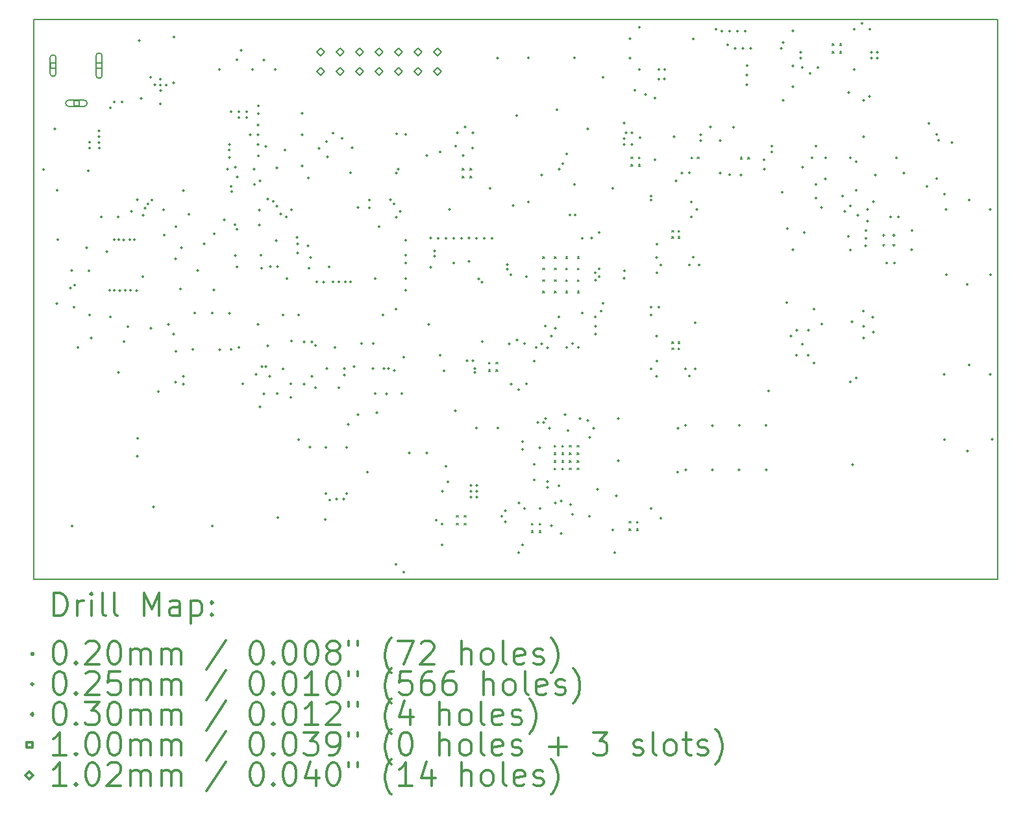
<source format=gbr>
%FSLAX45Y45*%
G04 Gerber Fmt 4.5, Leading zero omitted, Abs format (unit mm)*
G04 Created by KiCad (PCBNEW 4.0.7) date 12/26/17 03:46:04*
%MOMM*%
%LPD*%
G01*
G04 APERTURE LIST*
%ADD10C,0.127000*%
%ADD11C,0.150000*%
%ADD12C,0.200000*%
%ADD13C,0.300000*%
G04 APERTURE END LIST*
D10*
D11*
X8500000Y-6500000D02*
X8500000Y-13800000D01*
X21075000Y-6500000D02*
X8500000Y-6500000D01*
X21075000Y-13800000D02*
X21075000Y-6500000D01*
X8500000Y-13800000D02*
X21075000Y-13800000D01*
D12*
X14013284Y-12965000D02*
X14033284Y-12985000D01*
X14033284Y-12965000D02*
X14013284Y-12985000D01*
X14013284Y-13065000D02*
X14033284Y-13085000D01*
X14033284Y-13065000D02*
X14013284Y-13085000D01*
X14090000Y-8440000D02*
X14110000Y-8460000D01*
X14110000Y-8440000D02*
X14090000Y-8460000D01*
X14090000Y-8540000D02*
X14110000Y-8560000D01*
X14110000Y-8540000D02*
X14090000Y-8560000D01*
X14113284Y-12965000D02*
X14133284Y-12985000D01*
X14133284Y-12965000D02*
X14113284Y-12985000D01*
X14113284Y-13065000D02*
X14133284Y-13085000D01*
X14133284Y-13065000D02*
X14113284Y-13085000D01*
X14190000Y-8440000D02*
X14210000Y-8460000D01*
X14210000Y-8440000D02*
X14190000Y-8460000D01*
X14190000Y-8540000D02*
X14210000Y-8560000D01*
X14210000Y-8540000D02*
X14190000Y-8560000D01*
X14430000Y-10965000D02*
X14450000Y-10985000D01*
X14450000Y-10965000D02*
X14430000Y-10985000D01*
X14430000Y-11065000D02*
X14450000Y-11085000D01*
X14450000Y-11065000D02*
X14430000Y-11085000D01*
X14530000Y-10965000D02*
X14550000Y-10985000D01*
X14550000Y-10965000D02*
X14530000Y-10985000D01*
X14530000Y-11065000D02*
X14550000Y-11085000D01*
X14550000Y-11065000D02*
X14530000Y-11085000D01*
X14990000Y-13065000D02*
X15010000Y-13085000D01*
X15010000Y-13065000D02*
X14990000Y-13085000D01*
X14990000Y-13165000D02*
X15010000Y-13185000D01*
X15010000Y-13165000D02*
X14990000Y-13185000D01*
X15090000Y-13065000D02*
X15110000Y-13085000D01*
X15110000Y-13065000D02*
X15090000Y-13085000D01*
X15090000Y-13165000D02*
X15110000Y-13185000D01*
X15110000Y-13165000D02*
X15090000Y-13185000D01*
X15140000Y-9590000D02*
X15160000Y-9610000D01*
X15160000Y-9590000D02*
X15140000Y-9610000D01*
X15140000Y-9740000D02*
X15160000Y-9760000D01*
X15160000Y-9740000D02*
X15140000Y-9760000D01*
X15140000Y-9890000D02*
X15160000Y-9910000D01*
X15160000Y-9890000D02*
X15140000Y-9910000D01*
X15140000Y-10040000D02*
X15160000Y-10060000D01*
X15160000Y-10040000D02*
X15140000Y-10060000D01*
X15286512Y-12048435D02*
X15306512Y-12068435D01*
X15306512Y-12048435D02*
X15286512Y-12068435D01*
X15286512Y-12148435D02*
X15306512Y-12168435D01*
X15306512Y-12148435D02*
X15286512Y-12168435D01*
X15286512Y-12248435D02*
X15306512Y-12268435D01*
X15306512Y-12248435D02*
X15286512Y-12268435D01*
X15286512Y-12348435D02*
X15306512Y-12368435D01*
X15306512Y-12348435D02*
X15286512Y-12368435D01*
X15290000Y-9590000D02*
X15310000Y-9610000D01*
X15310000Y-9590000D02*
X15290000Y-9610000D01*
X15290000Y-9740000D02*
X15310000Y-9760000D01*
X15310000Y-9740000D02*
X15290000Y-9760000D01*
X15290000Y-9890000D02*
X15310000Y-9910000D01*
X15310000Y-9890000D02*
X15290000Y-9910000D01*
X15290000Y-10040000D02*
X15310000Y-10060000D01*
X15310000Y-10040000D02*
X15290000Y-10060000D01*
X15386512Y-12048435D02*
X15406512Y-12068435D01*
X15406512Y-12048435D02*
X15386512Y-12068435D01*
X15386512Y-12148435D02*
X15406512Y-12168435D01*
X15406512Y-12148435D02*
X15386512Y-12168435D01*
X15386512Y-12248435D02*
X15406512Y-12268435D01*
X15406512Y-12248435D02*
X15386512Y-12268435D01*
X15386512Y-12348435D02*
X15406512Y-12368435D01*
X15406512Y-12348435D02*
X15386512Y-12368435D01*
X15440000Y-9590000D02*
X15460000Y-9610000D01*
X15460000Y-9590000D02*
X15440000Y-9610000D01*
X15440000Y-9740000D02*
X15460000Y-9760000D01*
X15460000Y-9740000D02*
X15440000Y-9760000D01*
X15440000Y-9890000D02*
X15460000Y-9910000D01*
X15460000Y-9890000D02*
X15440000Y-9910000D01*
X15440000Y-10040000D02*
X15460000Y-10060000D01*
X15460000Y-10040000D02*
X15440000Y-10060000D01*
X15486512Y-12048435D02*
X15506512Y-12068435D01*
X15506512Y-12048435D02*
X15486512Y-12068435D01*
X15486512Y-12148435D02*
X15506512Y-12168435D01*
X15506512Y-12148435D02*
X15486512Y-12168435D01*
X15486512Y-12248435D02*
X15506512Y-12268435D01*
X15506512Y-12248435D02*
X15486512Y-12268435D01*
X15486512Y-12348435D02*
X15506512Y-12368435D01*
X15506512Y-12348435D02*
X15486512Y-12368435D01*
X15586512Y-12048435D02*
X15606512Y-12068435D01*
X15606512Y-12048435D02*
X15586512Y-12068435D01*
X15586512Y-12148435D02*
X15606512Y-12168435D01*
X15606512Y-12148435D02*
X15586512Y-12168435D01*
X15586512Y-12248435D02*
X15606512Y-12268435D01*
X15606512Y-12248435D02*
X15586512Y-12268435D01*
X15586512Y-12348435D02*
X15606512Y-12368435D01*
X15606512Y-12348435D02*
X15586512Y-12368435D01*
X15590000Y-9590000D02*
X15610000Y-9610000D01*
X15610000Y-9590000D02*
X15590000Y-9610000D01*
X15590000Y-9740000D02*
X15610000Y-9760000D01*
X15610000Y-9740000D02*
X15590000Y-9760000D01*
X15590000Y-9890000D02*
X15610000Y-9910000D01*
X15610000Y-9890000D02*
X15590000Y-9910000D01*
X15590000Y-10040000D02*
X15610000Y-10060000D01*
X15610000Y-10040000D02*
X15590000Y-10060000D01*
X16265000Y-13040000D02*
X16285000Y-13060000D01*
X16285000Y-13040000D02*
X16265000Y-13060000D01*
X16265000Y-13140000D02*
X16285000Y-13160000D01*
X16285000Y-13140000D02*
X16265000Y-13160000D01*
X16290000Y-8290000D02*
X16310000Y-8310000D01*
X16310000Y-8290000D02*
X16290000Y-8310000D01*
X16290000Y-8390000D02*
X16310000Y-8410000D01*
X16310000Y-8390000D02*
X16290000Y-8410000D01*
X16365000Y-13040000D02*
X16385000Y-13060000D01*
X16385000Y-13040000D02*
X16365000Y-13060000D01*
X16365000Y-13140000D02*
X16385000Y-13160000D01*
X16385000Y-13140000D02*
X16365000Y-13160000D01*
X16390000Y-8290000D02*
X16410000Y-8310000D01*
X16410000Y-8290000D02*
X16390000Y-8310000D01*
X16390000Y-8390000D02*
X16410000Y-8410000D01*
X16410000Y-8390000D02*
X16390000Y-8410000D01*
X16825000Y-9250000D02*
X16845000Y-9270000D01*
X16845000Y-9250000D02*
X16825000Y-9270000D01*
X16825000Y-9330000D02*
X16845000Y-9350000D01*
X16845000Y-9330000D02*
X16825000Y-9350000D01*
X16825000Y-10700000D02*
X16845000Y-10720000D01*
X16845000Y-10700000D02*
X16825000Y-10720000D01*
X16825000Y-10780000D02*
X16845000Y-10800000D01*
X16845000Y-10780000D02*
X16825000Y-10800000D01*
X16905000Y-9250000D02*
X16925000Y-9270000D01*
X16925000Y-9250000D02*
X16905000Y-9270000D01*
X16905000Y-9330000D02*
X16925000Y-9350000D01*
X16925000Y-9330000D02*
X16905000Y-9350000D01*
X16905000Y-10700000D02*
X16925000Y-10720000D01*
X16925000Y-10700000D02*
X16905000Y-10720000D01*
X16905000Y-10780000D02*
X16925000Y-10800000D01*
X16925000Y-10780000D02*
X16905000Y-10800000D01*
X17075000Y-8290000D02*
X17095000Y-8310000D01*
X17095000Y-8290000D02*
X17075000Y-8310000D01*
X17155000Y-8290000D02*
X17175000Y-8310000D01*
X17175000Y-8290000D02*
X17155000Y-8310000D01*
X17715000Y-8295000D02*
X17735000Y-8315000D01*
X17735000Y-8295000D02*
X17715000Y-8315000D01*
X17815000Y-8295000D02*
X17835000Y-8315000D01*
X17835000Y-8295000D02*
X17815000Y-8315000D01*
X18915000Y-6815000D02*
X18935000Y-6835000D01*
X18935000Y-6815000D02*
X18915000Y-6835000D01*
X18915000Y-6915000D02*
X18935000Y-6935000D01*
X18935000Y-6915000D02*
X18915000Y-6935000D01*
X19015000Y-6815000D02*
X19035000Y-6835000D01*
X19035000Y-6815000D02*
X19015000Y-6835000D01*
X19015000Y-6915000D02*
X19035000Y-6935000D01*
X19035000Y-6915000D02*
X19015000Y-6935000D01*
X8637700Y-8450000D02*
G75*
G03X8637700Y-8450000I-12700J0D01*
G01*
X8787700Y-7925000D02*
G75*
G03X8787700Y-7925000I-12700J0D01*
G01*
X8812700Y-8725000D02*
G75*
G03X8812700Y-8725000I-12700J0D01*
G01*
X8812700Y-10200000D02*
G75*
G03X8812700Y-10200000I-12700J0D01*
G01*
X8822700Y-9370000D02*
G75*
G03X8822700Y-9370000I-12700J0D01*
G01*
X8987700Y-10000000D02*
G75*
G03X8987700Y-10000000I-12700J0D01*
G01*
X9002700Y-9770000D02*
G75*
G03X9002700Y-9770000I-12700J0D01*
G01*
X9012700Y-13100000D02*
G75*
G03X9012700Y-13100000I-12700J0D01*
G01*
X9037701Y-10250000D02*
G75*
G03X9037701Y-10250000I-12700J0D01*
G01*
X9042700Y-9960000D02*
G75*
G03X9042700Y-9960000I-12700J0D01*
G01*
X9087700Y-10775000D02*
G75*
G03X9087700Y-10775000I-12700J0D01*
G01*
X9203080Y-9474880D02*
G75*
G03X9203080Y-9474880I-12700J0D01*
G01*
X9222700Y-8470000D02*
G75*
G03X9222700Y-8470000I-12700J0D01*
G01*
X9232700Y-9775000D02*
G75*
G03X9232700Y-9775000I-12700J0D01*
G01*
X9237700Y-8100000D02*
G75*
G03X9237700Y-8100000I-12700J0D01*
G01*
X9237700Y-8175000D02*
G75*
G03X9237700Y-8175000I-12700J0D01*
G01*
X9237700Y-10350000D02*
G75*
G03X9237700Y-10350000I-12700J0D01*
G01*
X9262700Y-10650000D02*
G75*
G03X9262700Y-10650000I-12700J0D01*
G01*
X9362700Y-7950000D02*
G75*
G03X9362700Y-7950000I-12700J0D01*
G01*
X9362700Y-8025000D02*
G75*
G03X9362700Y-8025000I-12700J0D01*
G01*
X9362700Y-8100000D02*
G75*
G03X9362700Y-8100000I-12700J0D01*
G01*
X9362700Y-8175000D02*
G75*
G03X9362700Y-8175000I-12700J0D01*
G01*
X9392700Y-9070000D02*
G75*
G03X9392700Y-9070000I-12700J0D01*
G01*
X9462700Y-9525000D02*
G75*
G03X9462700Y-9525000I-12700J0D01*
G01*
X9502700Y-10030000D02*
G75*
G03X9502700Y-10030000I-12700J0D01*
G01*
X9512700Y-7650000D02*
G75*
G03X9512700Y-7650000I-12700J0D01*
G01*
X9512700Y-10375000D02*
G75*
G03X9512700Y-10375000I-12700J0D01*
G01*
X9561272Y-10029528D02*
G75*
G03X9561272Y-10029528I-12700J0D01*
G01*
X9562700Y-7575000D02*
G75*
G03X9562700Y-7575000I-12700J0D01*
G01*
X9562700Y-9370000D02*
G75*
G03X9562700Y-9370000I-12700J0D01*
G01*
X9612700Y-9070000D02*
G75*
G03X9612700Y-9070000I-12700J0D01*
G01*
X9612700Y-11100000D02*
G75*
G03X9612700Y-11100000I-12700J0D01*
G01*
X9622700Y-9370000D02*
G75*
G03X9622700Y-9370000I-12700J0D01*
G01*
X9632700Y-10030000D02*
G75*
G03X9632700Y-10030000I-12700J0D01*
G01*
X9662700Y-7575000D02*
G75*
G03X9662700Y-7575000I-12700J0D01*
G01*
X9682700Y-9370000D02*
G75*
G03X9682700Y-9370000I-12700J0D01*
G01*
X9687700Y-10700000D02*
G75*
G03X9687700Y-10700000I-12700J0D01*
G01*
X9702700Y-10030000D02*
G75*
G03X9702700Y-10030000I-12700J0D01*
G01*
X9737700Y-10500000D02*
G75*
G03X9737700Y-10500000I-12700J0D01*
G01*
X9762700Y-9370000D02*
G75*
G03X9762700Y-9370000I-12700J0D01*
G01*
X9772700Y-10030000D02*
G75*
G03X9772700Y-10030000I-12700J0D01*
G01*
X9787700Y-9000000D02*
G75*
G03X9787700Y-9000000I-12700J0D01*
G01*
X9822700Y-9370000D02*
G75*
G03X9822700Y-9370000I-12700J0D01*
G01*
X9852700Y-10030000D02*
G75*
G03X9852700Y-10030000I-12700J0D01*
G01*
X9862700Y-8850000D02*
G75*
G03X9862700Y-8850000I-12700J0D01*
G01*
X9862700Y-11960000D02*
G75*
G03X9862700Y-11960000I-12700J0D01*
G01*
X9862700Y-12190000D02*
G75*
G03X9862700Y-12190000I-12700J0D01*
G01*
X9887700Y-6775000D02*
G75*
G03X9887700Y-6775000I-12700J0D01*
G01*
X9912700Y-7525000D02*
G75*
G03X9912700Y-7525000I-12700J0D01*
G01*
X9932700Y-9850000D02*
G75*
G03X9932700Y-9850000I-12700J0D01*
G01*
X9937702Y-9050000D02*
G75*
G03X9937702Y-9050000I-12700J0D01*
G01*
X9962700Y-8960000D02*
G75*
G03X9962700Y-8960000I-12700J0D01*
G01*
X10002700Y-8900000D02*
G75*
G03X10002700Y-8900000I-12700J0D01*
G01*
X10037700Y-7250000D02*
G75*
G03X10037700Y-7250000I-12700J0D01*
G01*
X10037700Y-10525000D02*
G75*
G03X10037700Y-10525000I-12700J0D01*
G01*
X10052700Y-8850000D02*
G75*
G03X10052700Y-8850000I-12700J0D01*
G01*
X10072700Y-12850000D02*
G75*
G03X10072700Y-12850000I-12700J0D01*
G01*
X10087700Y-7350000D02*
G75*
G03X10087700Y-7350000I-12700J0D01*
G01*
X10137700Y-11350000D02*
G75*
G03X10137700Y-11350000I-12700J0D01*
G01*
X10162700Y-7275000D02*
G75*
G03X10162700Y-7275000I-12700J0D01*
G01*
X10162700Y-7350000D02*
G75*
G03X10162700Y-7350000I-12700J0D01*
G01*
X10162700Y-7425000D02*
G75*
G03X10162700Y-7425000I-12700J0D01*
G01*
X10162700Y-7600000D02*
G75*
G03X10162700Y-7600000I-12700J0D01*
G01*
X10202700Y-8980000D02*
G75*
G03X10202700Y-8980000I-12700J0D01*
G01*
X10212700Y-9310000D02*
G75*
G03X10212700Y-9310000I-12700J0D01*
G01*
X10237700Y-7350000D02*
G75*
G03X10237700Y-7350000I-12700J0D01*
G01*
X10270341Y-10474409D02*
G75*
G03X10270341Y-10474409I-12700J0D01*
G01*
X10337700Y-6725000D02*
G75*
G03X10337700Y-6725000I-12700J0D01*
G01*
X10337700Y-7325000D02*
G75*
G03X10337700Y-7325000I-12700J0D01*
G01*
X10337700Y-10600000D02*
G75*
G03X10337700Y-10600000I-12700J0D01*
G01*
X10362700Y-9200000D02*
G75*
G03X10362700Y-9200000I-12700J0D01*
G01*
X10362700Y-9620000D02*
G75*
G03X10362700Y-9620000I-12700J0D01*
G01*
X10362700Y-10825000D02*
G75*
G03X10362700Y-10825000I-12700J0D01*
G01*
X10362700Y-11225000D02*
G75*
G03X10362700Y-11225000I-12700J0D01*
G01*
X10422700Y-10010000D02*
G75*
G03X10422700Y-10010000I-12700J0D01*
G01*
X10437820Y-9474880D02*
G75*
G03X10437820Y-9474880I-12700J0D01*
G01*
X10462700Y-8725000D02*
G75*
G03X10462700Y-8725000I-12700J0D01*
G01*
X10462700Y-11150000D02*
G75*
G03X10462700Y-11150000I-12700J0D01*
G01*
X10462700Y-11250000D02*
G75*
G03X10462700Y-11250000I-12700J0D01*
G01*
X10532700Y-9040000D02*
G75*
G03X10532700Y-9040000I-12700J0D01*
G01*
X10582700Y-10800000D02*
G75*
G03X10582700Y-10800000I-12700J0D01*
G01*
X10612700Y-10325000D02*
G75*
G03X10612700Y-10325000I-12700J0D01*
G01*
X10652700Y-9770000D02*
G75*
G03X10652700Y-9770000I-12700J0D01*
G01*
X10733178Y-9420478D02*
G75*
G03X10733178Y-9420478I-12700J0D01*
G01*
X10837700Y-10325000D02*
G75*
G03X10837700Y-10325000I-12700J0D01*
G01*
X10837700Y-13100000D02*
G75*
G03X10837700Y-13100000I-12700J0D01*
G01*
X10862700Y-9290000D02*
G75*
G03X10862700Y-9290000I-12700J0D01*
G01*
X10862700Y-10025000D02*
G75*
G03X10862700Y-10025000I-12700J0D01*
G01*
X10932700Y-7150000D02*
G75*
G03X10932700Y-7150000I-12700J0D01*
G01*
X10937700Y-10800000D02*
G75*
G03X10937700Y-10800000I-12700J0D01*
G01*
X10992700Y-9110000D02*
G75*
G03X10992700Y-9110000I-12700J0D01*
G01*
X11037700Y-8450000D02*
G75*
G03X11037700Y-8450000I-12700J0D01*
G01*
X11062700Y-8125000D02*
G75*
G03X11062700Y-8125000I-12700J0D01*
G01*
X11062700Y-8200000D02*
G75*
G03X11062700Y-8200000I-12700J0D01*
G01*
X11062700Y-8300000D02*
G75*
G03X11062700Y-8300000I-12700J0D01*
G01*
X11062700Y-10330000D02*
G75*
G03X11062700Y-10330000I-12700J0D01*
G01*
X11087700Y-7700000D02*
G75*
G03X11087700Y-7700000I-12700J0D01*
G01*
X11087700Y-8675000D02*
G75*
G03X11087700Y-8675000I-12700J0D01*
G01*
X11087700Y-10800000D02*
G75*
G03X11087700Y-10800000I-12700J0D01*
G01*
X11092700Y-8740000D02*
G75*
G03X11092700Y-8740000I-12700J0D01*
G01*
X11137700Y-8425000D02*
G75*
G03X11137700Y-8425000I-12700J0D01*
G01*
X11137700Y-9175000D02*
G75*
G03X11137700Y-9175000I-12700J0D01*
G01*
X11137700Y-9575000D02*
G75*
G03X11137700Y-9575000I-12700J0D01*
G01*
X11162700Y-7025000D02*
G75*
G03X11162700Y-7025000I-12700J0D01*
G01*
X11162700Y-8550000D02*
G75*
G03X11162700Y-8550000I-12700J0D01*
G01*
X11162700Y-9233101D02*
G75*
G03X11162700Y-9233101I-12700J0D01*
G01*
X11162700Y-9725000D02*
G75*
G03X11162700Y-9725000I-12700J0D01*
G01*
X11187700Y-7700000D02*
G75*
G03X11187700Y-7700000I-12700J0D01*
G01*
X11187700Y-7775000D02*
G75*
G03X11187700Y-7775000I-12700J0D01*
G01*
X11187700Y-10775000D02*
G75*
G03X11187700Y-10775000I-12700J0D01*
G01*
X11212700Y-6900000D02*
G75*
G03X11212700Y-6900000I-12700J0D01*
G01*
X11237700Y-11250000D02*
G75*
G03X11237700Y-11250000I-12700J0D01*
G01*
X11287700Y-7700000D02*
G75*
G03X11287700Y-7700000I-12700J0D01*
G01*
X11287700Y-7775000D02*
G75*
G03X11287700Y-7775000I-12700J0D01*
G01*
X11337700Y-8000000D02*
G75*
G03X11337700Y-8000000I-12700J0D01*
G01*
X11362700Y-7150000D02*
G75*
G03X11362700Y-7150000I-12700J0D01*
G01*
X11387700Y-8450000D02*
G75*
G03X11387700Y-8450000I-12700J0D01*
G01*
X11387700Y-8650000D02*
G75*
G03X11387700Y-8650000I-12700J0D01*
G01*
X11412700Y-11125000D02*
G75*
G03X11412700Y-11125000I-12700J0D01*
G01*
X11437700Y-7625000D02*
G75*
G03X11437700Y-7625000I-12700J0D01*
G01*
X11437700Y-7725000D02*
G75*
G03X11437700Y-7725000I-12700J0D01*
G01*
X11437700Y-7875000D02*
G75*
G03X11437700Y-7875000I-12700J0D01*
G01*
X11437700Y-8000000D02*
G75*
G03X11437700Y-8000000I-12700J0D01*
G01*
X11437700Y-8125000D02*
G75*
G03X11437700Y-8125000I-12700J0D01*
G01*
X11437700Y-8275000D02*
G75*
G03X11437700Y-8275000I-12700J0D01*
G01*
X11437700Y-10475000D02*
G75*
G03X11437700Y-10475000I-12700J0D01*
G01*
X11452700Y-8980000D02*
G75*
G03X11452700Y-8980000I-12700J0D01*
G01*
X11452700Y-9180000D02*
G75*
G03X11452700Y-9180000I-12700J0D01*
G01*
X11462700Y-8600000D02*
G75*
G03X11462700Y-8600000I-12700J0D01*
G01*
X11462700Y-11550000D02*
G75*
G03X11462700Y-11550000I-12700J0D01*
G01*
X11472700Y-9570000D02*
G75*
G03X11472700Y-9570000I-12700J0D01*
G01*
X11482700Y-9740000D02*
G75*
G03X11482700Y-9740000I-12700J0D01*
G01*
X11487700Y-11025000D02*
G75*
G03X11487700Y-11025000I-12700J0D01*
G01*
X11512700Y-7025000D02*
G75*
G03X11512700Y-7025000I-12700J0D01*
G01*
X11512700Y-11375000D02*
G75*
G03X11512700Y-11375000I-12700J0D01*
G01*
X11537700Y-8150000D02*
G75*
G03X11537700Y-8150000I-12700J0D01*
G01*
X11537700Y-11025000D02*
G75*
G03X11537700Y-11025000I-12700J0D01*
G01*
X11562700Y-8840000D02*
G75*
G03X11562700Y-8840000I-12700J0D01*
G01*
X11562700Y-10750000D02*
G75*
G03X11562700Y-10750000I-12700J0D01*
G01*
X11587700Y-11150000D02*
G75*
G03X11587700Y-11150000I-12700J0D01*
G01*
X11600300Y-9720000D02*
G75*
G03X11600300Y-9720000I-12700J0D01*
G01*
X11632700Y-8870000D02*
G75*
G03X11632700Y-8870000I-12700J0D01*
G01*
X11662700Y-7150000D02*
G75*
G03X11662700Y-7150000I-12700J0D01*
G01*
X11672700Y-9380000D02*
G75*
G03X11672700Y-9380000I-12700J0D01*
G01*
X11682700Y-8430000D02*
G75*
G03X11682700Y-8430000I-12700J0D01*
G01*
X11682700Y-8930000D02*
G75*
G03X11682700Y-8930000I-12700J0D01*
G01*
X11687700Y-11375000D02*
G75*
G03X11687700Y-11375000I-12700J0D01*
G01*
X11692700Y-9720000D02*
G75*
G03X11692700Y-9720000I-12700J0D01*
G01*
X11692700Y-12990000D02*
G75*
G03X11692700Y-12990000I-12700J0D01*
G01*
X11732700Y-9030000D02*
G75*
G03X11732700Y-9030000I-12700J0D01*
G01*
X11762700Y-10350000D02*
G75*
G03X11762700Y-10350000I-12700J0D01*
G01*
X11762700Y-11050000D02*
G75*
G03X11762700Y-11050000I-12700J0D01*
G01*
X11787700Y-8200000D02*
G75*
G03X11787700Y-8200000I-12700J0D01*
G01*
X11802700Y-9070000D02*
G75*
G03X11802700Y-9070000I-12700J0D01*
G01*
X11812700Y-9875000D02*
G75*
G03X11812700Y-9875000I-12700J0D01*
G01*
X11862700Y-11250000D02*
G75*
G03X11862700Y-11250000I-12700J0D01*
G01*
X11862700Y-11425000D02*
G75*
G03X11862700Y-11425000I-12700J0D01*
G01*
X11872700Y-8980000D02*
G75*
G03X11872700Y-8980000I-12700J0D01*
G01*
X11872700Y-10690000D02*
G75*
G03X11872700Y-10690000I-12700J0D01*
G01*
X11942700Y-9340000D02*
G75*
G03X11942700Y-9340000I-12700J0D01*
G01*
X11952700Y-9420000D02*
G75*
G03X11952700Y-9420000I-12700J0D01*
G01*
X11952700Y-9540000D02*
G75*
G03X11952700Y-9540000I-12700J0D01*
G01*
X11962700Y-10350000D02*
G75*
G03X11962700Y-10350000I-12700J0D01*
G01*
X11962700Y-11975000D02*
G75*
G03X11962700Y-11975000I-12700J0D01*
G01*
X12012700Y-7725000D02*
G75*
G03X12012700Y-7725000I-12700J0D01*
G01*
X12012700Y-8000000D02*
G75*
G03X12012700Y-8000000I-12700J0D01*
G01*
X12012700Y-8410000D02*
G75*
G03X12012700Y-8410000I-12700J0D01*
G01*
X12037700Y-10700000D02*
G75*
G03X12037700Y-10700000I-12700J0D01*
G01*
X12037700Y-11250000D02*
G75*
G03X12037700Y-11250000I-12700J0D01*
G01*
X12087700Y-9450000D02*
G75*
G03X12087700Y-9450000I-12700J0D01*
G01*
X12092700Y-8560000D02*
G75*
G03X12092700Y-8560000I-12700J0D01*
G01*
X12102700Y-9740000D02*
G75*
G03X12102700Y-9740000I-12700J0D01*
G01*
X12112700Y-12075000D02*
G75*
G03X12112700Y-12075000I-12700J0D01*
G01*
X12122700Y-9600000D02*
G75*
G03X12122700Y-9600000I-12700J0D01*
G01*
X12137700Y-10700000D02*
G75*
G03X12137700Y-10700000I-12700J0D01*
G01*
X12137700Y-11150000D02*
G75*
G03X12137700Y-11150000I-12700J0D01*
G01*
X12187700Y-10750000D02*
G75*
G03X12187700Y-10750000I-12700J0D01*
G01*
X12187700Y-11300000D02*
G75*
G03X12187700Y-11300000I-12700J0D01*
G01*
X12202700Y-9920000D02*
G75*
G03X12202700Y-9920000I-12700J0D01*
G01*
X12232700Y-8180000D02*
G75*
G03X12232700Y-8180000I-12700J0D01*
G01*
X12292700Y-9920000D02*
G75*
G03X12292700Y-9920000I-12700J0D01*
G01*
X12312700Y-13020000D02*
G75*
G03X12312700Y-13020000I-12700J0D01*
G01*
X12322700Y-12080000D02*
G75*
G03X12322700Y-12080000I-12700J0D01*
G01*
X12322700Y-12680000D02*
G75*
G03X12322700Y-12680000I-12700J0D01*
G01*
X12332700Y-8090000D02*
G75*
G03X12332700Y-8090000I-12700J0D01*
G01*
X12335300Y-11050000D02*
G75*
G03X12335300Y-11050000I-12700J0D01*
G01*
X12342700Y-8290000D02*
G75*
G03X12342700Y-8290000I-12700J0D01*
G01*
X12362700Y-9725000D02*
G75*
G03X12362700Y-9725000I-12700J0D01*
G01*
X12372700Y-12760000D02*
G75*
G03X12372700Y-12760000I-12700J0D01*
G01*
X12412700Y-7980000D02*
G75*
G03X12412700Y-7980000I-12700J0D01*
G01*
X12412700Y-9920000D02*
G75*
G03X12412700Y-9920000I-12700J0D01*
G01*
X12437700Y-10775000D02*
G75*
G03X12437700Y-10775000I-12700J0D01*
G01*
X12462700Y-12750000D02*
G75*
G03X12462700Y-12750000I-12700J0D01*
G01*
X12487700Y-11300000D02*
G75*
G03X12487700Y-11300000I-12700J0D01*
G01*
X12492700Y-9920000D02*
G75*
G03X12492700Y-9920000I-12700J0D01*
G01*
X12532700Y-8050000D02*
G75*
G03X12532700Y-8050000I-12700J0D01*
G01*
X12552700Y-12750000D02*
G75*
G03X12552700Y-12750000I-12700J0D01*
G01*
X12562700Y-11050000D02*
G75*
G03X12562700Y-11050000I-12700J0D01*
G01*
X12562700Y-11135400D02*
G75*
G03X12562700Y-11135400I-12700J0D01*
G01*
X12572700Y-9920000D02*
G75*
G03X12572700Y-9920000I-12700J0D01*
G01*
X12592700Y-12080000D02*
G75*
G03X12592700Y-12080000I-12700J0D01*
G01*
X12592700Y-12680000D02*
G75*
G03X12592700Y-12680000I-12700J0D01*
G01*
X12612700Y-11775000D02*
G75*
G03X12612700Y-11775000I-12700J0D01*
G01*
X12642700Y-8500000D02*
G75*
G03X12642700Y-8500000I-12700J0D01*
G01*
X12642700Y-9920000D02*
G75*
G03X12642700Y-9920000I-12700J0D01*
G01*
X12662700Y-8170000D02*
G75*
G03X12662700Y-8170000I-12700J0D01*
G01*
X12687700Y-11025000D02*
G75*
G03X12687700Y-11025000I-12700J0D01*
G01*
X12737700Y-8950000D02*
G75*
G03X12737700Y-8950000I-12700J0D01*
G01*
X12737700Y-11650000D02*
G75*
G03X12737700Y-11650000I-12700J0D01*
G01*
X12787700Y-10725000D02*
G75*
G03X12787700Y-10725000I-12700J0D01*
G01*
X12862700Y-12400000D02*
G75*
G03X12862700Y-12400000I-12700J0D01*
G01*
X12887700Y-8850000D02*
G75*
G03X12887700Y-8850000I-12700J0D01*
G01*
X12887700Y-8950000D02*
G75*
G03X12887700Y-8950000I-12700J0D01*
G01*
X12937700Y-10725000D02*
G75*
G03X12937700Y-10725000I-12700J0D01*
G01*
X12937700Y-11050000D02*
G75*
G03X12937700Y-11050000I-12700J0D01*
G01*
X12962700Y-9875000D02*
G75*
G03X12962700Y-9875000I-12700J0D01*
G01*
X12962700Y-11375000D02*
G75*
G03X12962700Y-11375000I-12700J0D01*
G01*
X12987700Y-11625000D02*
G75*
G03X12987700Y-11625000I-12700J0D01*
G01*
X13012700Y-9200000D02*
G75*
G03X13012700Y-9200000I-12700J0D01*
G01*
X13062700Y-10350000D02*
G75*
G03X13062700Y-10350000I-12700J0D01*
G01*
X13079600Y-11050000D02*
G75*
G03X13079600Y-11050000I-12700J0D01*
G01*
X13112700Y-11375000D02*
G75*
G03X13112700Y-11375000I-12700J0D01*
G01*
X13137700Y-11050000D02*
G75*
G03X13137700Y-11050000I-12700J0D01*
G01*
X13162700Y-8850000D02*
G75*
G03X13162700Y-8850000I-12700J0D01*
G01*
X13210733Y-8899016D02*
G75*
G03X13210733Y-8899016I-12700J0D01*
G01*
X13212700Y-11075000D02*
G75*
G03X13212700Y-11075000I-12700J0D01*
G01*
X13237700Y-8500000D02*
G75*
G03X13237700Y-8500000I-12700J0D01*
G01*
X13237700Y-9075000D02*
G75*
G03X13237700Y-9075000I-12700J0D01*
G01*
X13237700Y-10275000D02*
G75*
G03X13237700Y-10275000I-12700J0D01*
G01*
X13237700Y-13600000D02*
G75*
G03X13237700Y-13600000I-12700J0D01*
G01*
X13242700Y-7990000D02*
G75*
G03X13242700Y-7990000I-12700J0D01*
G01*
X13262700Y-8450000D02*
G75*
G03X13262700Y-8450000I-12700J0D01*
G01*
X13287700Y-9000001D02*
G75*
G03X13287700Y-9000001I-12700J0D01*
G01*
X13312700Y-11375000D02*
G75*
G03X13312700Y-11375000I-12700J0D01*
G01*
X13337700Y-10900000D02*
G75*
G03X13337700Y-10900000I-12700J0D01*
G01*
X13337700Y-13700000D02*
G75*
G03X13337700Y-13700000I-12700J0D01*
G01*
X13362700Y-8000000D02*
G75*
G03X13362700Y-8000000I-12700J0D01*
G01*
X13362700Y-9375000D02*
G75*
G03X13362700Y-9375000I-12700J0D01*
G01*
X13362700Y-9575000D02*
G75*
G03X13362700Y-9575000I-12700J0D01*
G01*
X13362700Y-9675000D02*
G75*
G03X13362700Y-9675000I-12700J0D01*
G01*
X13362700Y-9875000D02*
G75*
G03X13362700Y-9875000I-12700J0D01*
G01*
X13362700Y-10025000D02*
G75*
G03X13362700Y-10025000I-12700J0D01*
G01*
X13412700Y-12150000D02*
G75*
G03X13412700Y-12150000I-12700J0D01*
G01*
X13637700Y-8275000D02*
G75*
G03X13637700Y-8275000I-12700J0D01*
G01*
X13637700Y-12150000D02*
G75*
G03X13637700Y-12150000I-12700J0D01*
G01*
X13662700Y-10475000D02*
G75*
G03X13662700Y-10475000I-12700J0D01*
G01*
X13687700Y-9350000D02*
G75*
G03X13687700Y-9350000I-12700J0D01*
G01*
X13687700Y-9725000D02*
G75*
G03X13687700Y-9725000I-12700J0D01*
G01*
X13737700Y-9518300D02*
G75*
G03X13737700Y-9518300I-12700J0D01*
G01*
X13737700Y-9581700D02*
G75*
G03X13737700Y-9581700I-12700J0D01*
G01*
X13762700Y-13025000D02*
G75*
G03X13762700Y-13025000I-12700J0D01*
G01*
X13787700Y-9350000D02*
G75*
G03X13787700Y-9350000I-12700J0D01*
G01*
X13812700Y-8225000D02*
G75*
G03X13812700Y-8225000I-12700J0D01*
G01*
X13812700Y-10875000D02*
G75*
G03X13812700Y-10875000I-12700J0D01*
G01*
X13837700Y-12650000D02*
G75*
G03X13837700Y-12650000I-12700J0D01*
G01*
X13837700Y-13075000D02*
G75*
G03X13837700Y-13075000I-12700J0D01*
G01*
X13837700Y-13350000D02*
G75*
G03X13837700Y-13350000I-12700J0D01*
G01*
X13862700Y-11075000D02*
G75*
G03X13862700Y-11075000I-12700J0D01*
G01*
X13887700Y-9350000D02*
G75*
G03X13887700Y-9350000I-12700J0D01*
G01*
X13887700Y-12325000D02*
G75*
G03X13887700Y-12325000I-12700J0D01*
G01*
X13912700Y-12525000D02*
G75*
G03X13912700Y-12525000I-12700J0D01*
G01*
X13937700Y-8975000D02*
G75*
G03X13937700Y-8975000I-12700J0D01*
G01*
X13987700Y-9350000D02*
G75*
G03X13987700Y-9350000I-12700J0D01*
G01*
X13987700Y-9675000D02*
G75*
G03X13987700Y-9675000I-12700J0D01*
G01*
X14012700Y-8150000D02*
G75*
G03X14012700Y-8150000I-12700J0D01*
G01*
X14012700Y-11600000D02*
G75*
G03X14012700Y-11600000I-12700J0D01*
G01*
X14037700Y-7975000D02*
G75*
G03X14037700Y-7975000I-12700J0D01*
G01*
X14087700Y-9350000D02*
G75*
G03X14087700Y-9350000I-12700J0D01*
G01*
X14112700Y-8275000D02*
G75*
G03X14112700Y-8275000I-12700J0D01*
G01*
X14137700Y-7900000D02*
G75*
G03X14137700Y-7900000I-12700J0D01*
G01*
X14162700Y-10950000D02*
G75*
G03X14162700Y-10950000I-12700J0D01*
G01*
X14187700Y-9350000D02*
G75*
G03X14187700Y-9350000I-12700J0D01*
G01*
X14187700Y-9650000D02*
G75*
G03X14187700Y-9650000I-12700J0D01*
G01*
X14212700Y-12575000D02*
G75*
G03X14212700Y-12575000I-12700J0D01*
G01*
X14212700Y-12650000D02*
G75*
G03X14212700Y-12650000I-12700J0D01*
G01*
X14212700Y-12725000D02*
G75*
G03X14212700Y-12725000I-12700J0D01*
G01*
X14237700Y-7975000D02*
G75*
G03X14237700Y-7975000I-12700J0D01*
G01*
X14237700Y-8175000D02*
G75*
G03X14237700Y-8175000I-12700J0D01*
G01*
X14237700Y-10950000D02*
G75*
G03X14237700Y-10950000I-12700J0D01*
G01*
X14262700Y-11050000D02*
G75*
G03X14262700Y-11050000I-12700J0D01*
G01*
X14262700Y-11100000D02*
G75*
G03X14262700Y-11100000I-12700J0D01*
G01*
X14287700Y-9350000D02*
G75*
G03X14287700Y-9350000I-12700J0D01*
G01*
X14287700Y-11825000D02*
G75*
G03X14287700Y-11825000I-12700J0D01*
G01*
X14287700Y-12575000D02*
G75*
G03X14287700Y-12575000I-12700J0D01*
G01*
X14287700Y-12650000D02*
G75*
G03X14287700Y-12650000I-12700J0D01*
G01*
X14287700Y-12725000D02*
G75*
G03X14287700Y-12725000I-12700J0D01*
G01*
X14317159Y-9879459D02*
G75*
G03X14317159Y-9879459I-12700J0D01*
G01*
X14358241Y-9920541D02*
G75*
G03X14358241Y-9920541I-12700J0D01*
G01*
X14362700Y-10700000D02*
G75*
G03X14362700Y-10700000I-12700J0D01*
G01*
X14387700Y-9350000D02*
G75*
G03X14387700Y-9350000I-12700J0D01*
G01*
X14462700Y-8700000D02*
G75*
G03X14462700Y-8700000I-12700J0D01*
G01*
X14487700Y-9350000D02*
G75*
G03X14487700Y-9350000I-12700J0D01*
G01*
X14562700Y-7000000D02*
G75*
G03X14562700Y-7000000I-12700J0D01*
G01*
X14562700Y-11825000D02*
G75*
G03X14562700Y-11825000I-12700J0D01*
G01*
X14612700Y-12975000D02*
G75*
G03X14612700Y-12975000I-12700J0D01*
G01*
X14662700Y-12900000D02*
G75*
G03X14662700Y-12900000I-12700J0D01*
G01*
X14662700Y-13050000D02*
G75*
G03X14662700Y-13050000I-12700J0D01*
G01*
X14687700Y-9695950D02*
G75*
G03X14687700Y-9695950I-12700J0D01*
G01*
X14687700Y-9754050D02*
G75*
G03X14687700Y-9754050I-12700J0D01*
G01*
X14712700Y-10725000D02*
G75*
G03X14712700Y-10725000I-12700J0D01*
G01*
X14737700Y-9825000D02*
G75*
G03X14737700Y-9825000I-12700J0D01*
G01*
X14737700Y-11250000D02*
G75*
G03X14737700Y-11250000I-12700J0D01*
G01*
X14762700Y-8925000D02*
G75*
G03X14762700Y-8925000I-12700J0D01*
G01*
X14812700Y-7750000D02*
G75*
G03X14812700Y-7750000I-12700J0D01*
G01*
X14812700Y-10675000D02*
G75*
G03X14812700Y-10675000I-12700J0D01*
G01*
X14837700Y-11325000D02*
G75*
G03X14837700Y-11325000I-12700J0D01*
G01*
X14837700Y-12800000D02*
G75*
G03X14837700Y-12800000I-12700J0D01*
G01*
X14837700Y-13450000D02*
G75*
G03X14837700Y-13450000I-12700J0D01*
G01*
X14887700Y-12000000D02*
G75*
G03X14887700Y-12000000I-12700J0D01*
G01*
X14887700Y-12100000D02*
G75*
G03X14887700Y-12100000I-12700J0D01*
G01*
X14887700Y-13350000D02*
G75*
G03X14887700Y-13350000I-12700J0D01*
G01*
X14912700Y-10725000D02*
G75*
G03X14912700Y-10725000I-12700J0D01*
G01*
X14912700Y-12875000D02*
G75*
G03X14912700Y-12875000I-12700J0D01*
G01*
X14937700Y-9850000D02*
G75*
G03X14937700Y-9850000I-12700J0D01*
G01*
X14937700Y-11250000D02*
G75*
G03X14937700Y-11250000I-12700J0D01*
G01*
X14962700Y-7000000D02*
G75*
G03X14962700Y-7000000I-12700J0D01*
G01*
X14962700Y-8875000D02*
G75*
G03X14962700Y-8875000I-12700J0D01*
G01*
X15037700Y-10950000D02*
G75*
G03X15037700Y-10950000I-12700J0D01*
G01*
X15037700Y-12300000D02*
G75*
G03X15037700Y-12300000I-12700J0D01*
G01*
X15037700Y-12500000D02*
G75*
G03X15037700Y-12500000I-12700J0D01*
G01*
X15062700Y-10775000D02*
G75*
G03X15062700Y-10775000I-12700J0D01*
G01*
X15087700Y-11750000D02*
G75*
G03X15087700Y-11750000I-12700J0D01*
G01*
X15112700Y-12875000D02*
G75*
G03X15112700Y-12875000I-12700J0D01*
G01*
X15113265Y-12083435D02*
G75*
G03X15113265Y-12083435I-12700J0D01*
G01*
X15137700Y-8525000D02*
G75*
G03X15137700Y-8525000I-12700J0D01*
G01*
X15137700Y-10725000D02*
G75*
G03X15137700Y-10725000I-12700J0D01*
G01*
X15162700Y-11750000D02*
G75*
G03X15162700Y-11750000I-12700J0D01*
G01*
X15183178Y-10495478D02*
G75*
G03X15183178Y-10495478I-12700J0D01*
G01*
X15187700Y-11700000D02*
G75*
G03X15187700Y-11700000I-12700J0D01*
G01*
X15212700Y-10775000D02*
G75*
G03X15212700Y-10775000I-12700J0D01*
G01*
X15212700Y-12525000D02*
G75*
G03X15212700Y-12525000I-12700J0D01*
G01*
X15212700Y-12600000D02*
G75*
G03X15212700Y-12600000I-12700J0D01*
G01*
X15237700Y-11825000D02*
G75*
G03X15237700Y-11825000I-12700J0D01*
G01*
X15262700Y-10625000D02*
G75*
G03X15262700Y-10625000I-12700J0D01*
G01*
X15262700Y-13100000D02*
G75*
G03X15262700Y-13100000I-12700J0D01*
G01*
X15312700Y-10525000D02*
G75*
G03X15312700Y-10525000I-12700J0D01*
G01*
X15312700Y-12800000D02*
G75*
G03X15312700Y-12800000I-12700J0D01*
G01*
X15337700Y-7675000D02*
G75*
G03X15337700Y-7675000I-12700J0D01*
G01*
X15362700Y-8450000D02*
G75*
G03X15362700Y-8450000I-12700J0D01*
G01*
X15362700Y-10375000D02*
G75*
G03X15362700Y-10375000I-12700J0D01*
G01*
X15362700Y-12575000D02*
G75*
G03X15362700Y-12575000I-12700J0D01*
G01*
X15387700Y-12775000D02*
G75*
G03X15387700Y-12775000I-12700J0D01*
G01*
X15387700Y-13200000D02*
G75*
G03X15387700Y-13200000I-12700J0D01*
G01*
X15412700Y-8375000D02*
G75*
G03X15412700Y-8375000I-12700J0D01*
G01*
X15437700Y-11650000D02*
G75*
G03X15437700Y-11650000I-12700J0D01*
G01*
X15462700Y-8250000D02*
G75*
G03X15462700Y-8250000I-12700J0D01*
G01*
X15462700Y-10775000D02*
G75*
G03X15462700Y-10775000I-12700J0D01*
G01*
X15482308Y-11857246D02*
G75*
G03X15482308Y-11857246I-12700J0D01*
G01*
X15506493Y-9047621D02*
G75*
G03X15506493Y-9047621I-12700J0D01*
G01*
X15512700Y-12825000D02*
G75*
G03X15512700Y-12825000I-12700J0D01*
G01*
X15537700Y-10725000D02*
G75*
G03X15537700Y-10725000I-12700J0D01*
G01*
X15537700Y-12950000D02*
G75*
G03X15537700Y-12950000I-12700J0D01*
G01*
X15562700Y-7000000D02*
G75*
G03X15562700Y-7000000I-12700J0D01*
G01*
X15562700Y-8650000D02*
G75*
G03X15562700Y-8650000I-12700J0D01*
G01*
X15569893Y-9047621D02*
G75*
G03X15569893Y-9047621I-12700J0D01*
G01*
X15612700Y-10775000D02*
G75*
G03X15612700Y-10775000I-12700J0D01*
G01*
X15637700Y-11700000D02*
G75*
G03X15637700Y-11700000I-12700J0D01*
G01*
X15662700Y-9350000D02*
G75*
G03X15662700Y-9350000I-12700J0D01*
G01*
X15662700Y-10325000D02*
G75*
G03X15662700Y-10325000I-12700J0D01*
G01*
X15737700Y-7925000D02*
G75*
G03X15737700Y-7925000I-12700J0D01*
G01*
X15737700Y-11725000D02*
G75*
G03X15737700Y-11725000I-12700J0D01*
G01*
X15762700Y-11950000D02*
G75*
G03X15762700Y-11950000I-12700J0D01*
G01*
X15762700Y-12975000D02*
G75*
G03X15762700Y-12975000I-12700J0D01*
G01*
X15787700Y-9350000D02*
G75*
G03X15787700Y-9350000I-12700J0D01*
G01*
X15812700Y-11825000D02*
G75*
G03X15812700Y-11825000I-12700J0D01*
G01*
X15837700Y-9800000D02*
G75*
G03X15837700Y-9800000I-12700J0D01*
G01*
X15837700Y-9900000D02*
G75*
G03X15837700Y-9900000I-12700J0D01*
G01*
X15837700Y-10375000D02*
G75*
G03X15837700Y-10375000I-12700J0D01*
G01*
X15837700Y-10500000D02*
G75*
G03X15837700Y-10500000I-12700J0D01*
G01*
X15837700Y-10600000D02*
G75*
G03X15837700Y-10600000I-12700J0D01*
G01*
X15862700Y-12625000D02*
G75*
G03X15862700Y-12625000I-12700J0D01*
G01*
X15887700Y-9275000D02*
G75*
G03X15887700Y-9275000I-12700J0D01*
G01*
X15887700Y-9750000D02*
G75*
G03X15887700Y-9750000I-12700J0D01*
G01*
X15887700Y-9850000D02*
G75*
G03X15887700Y-9850000I-12700J0D01*
G01*
X15912700Y-10300000D02*
G75*
G03X15912700Y-10300000I-12700J0D01*
G01*
X15937700Y-7250000D02*
G75*
G03X15937700Y-7250000I-12700J0D01*
G01*
X15937700Y-10200000D02*
G75*
G03X15937700Y-10200000I-12700J0D01*
G01*
X16062700Y-8700000D02*
G75*
G03X16062700Y-8700000I-12700J0D01*
G01*
X16062700Y-13150000D02*
G75*
G03X16062700Y-13150000I-12700J0D01*
G01*
X16087700Y-13450000D02*
G75*
G03X16087700Y-13450000I-12700J0D01*
G01*
X16112700Y-12709000D02*
G75*
G03X16112700Y-12709000I-12700J0D01*
G01*
X16137700Y-11700000D02*
G75*
G03X16137700Y-11700000I-12700J0D01*
G01*
X16137700Y-12250000D02*
G75*
G03X16137700Y-12250000I-12700J0D01*
G01*
X16212700Y-7850000D02*
G75*
G03X16212700Y-7850000I-12700J0D01*
G01*
X16212700Y-8050000D02*
G75*
G03X16212700Y-8050000I-12700J0D01*
G01*
X16212700Y-8125000D02*
G75*
G03X16212700Y-8125000I-12700J0D01*
G01*
X16212700Y-9775000D02*
G75*
G03X16212700Y-9775000I-12700J0D01*
G01*
X16212700Y-9875000D02*
G75*
G03X16212700Y-9875000I-12700J0D01*
G01*
X16237700Y-7975000D02*
G75*
G03X16237700Y-7975000I-12700J0D01*
G01*
X16287700Y-6750000D02*
G75*
G03X16287700Y-6750000I-12700J0D01*
G01*
X16287700Y-7000000D02*
G75*
G03X16287700Y-7000000I-12700J0D01*
G01*
X16312700Y-7975000D02*
G75*
G03X16312700Y-7975000I-12700J0D01*
G01*
X16312700Y-8125000D02*
G75*
G03X16312700Y-8125000I-12700J0D01*
G01*
X16352700Y-7420000D02*
G75*
G03X16352700Y-7420000I-12700J0D01*
G01*
X16412700Y-6600000D02*
G75*
G03X16412700Y-6600000I-12700J0D01*
G01*
X16412700Y-7150000D02*
G75*
G03X16412700Y-7150000I-12700J0D01*
G01*
X16416550Y-8040500D02*
G75*
G03X16416550Y-8040500I-12700J0D01*
G01*
X16487700Y-7475000D02*
G75*
G03X16487700Y-7475000I-12700J0D01*
G01*
X16562700Y-8800000D02*
G75*
G03X16562700Y-8800000I-12700J0D01*
G01*
X16562700Y-8850000D02*
G75*
G03X16562700Y-8850000I-12700J0D01*
G01*
X16562700Y-10250000D02*
G75*
G03X16562700Y-10250000I-12700J0D01*
G01*
X16562700Y-10350000D02*
G75*
G03X16562700Y-10350000I-12700J0D01*
G01*
X16562700Y-11050000D02*
G75*
G03X16562700Y-11050000I-12700J0D01*
G01*
X16562700Y-12875000D02*
G75*
G03X16562700Y-12875000I-12700J0D01*
G01*
X16612700Y-7525000D02*
G75*
G03X16612700Y-7525000I-12700J0D01*
G01*
X16612700Y-8325000D02*
G75*
G03X16612700Y-8325000I-12700J0D01*
G01*
X16637700Y-9425000D02*
G75*
G03X16637700Y-9425000I-12700J0D01*
G01*
X16637700Y-9600000D02*
G75*
G03X16637700Y-9600000I-12700J0D01*
G01*
X16637700Y-9800000D02*
G75*
G03X16637700Y-9800000I-12700J0D01*
G01*
X16637700Y-10625000D02*
G75*
G03X16637700Y-10625000I-12700J0D01*
G01*
X16637700Y-10950000D02*
G75*
G03X16637700Y-10950000I-12700J0D01*
G01*
X16637700Y-11150000D02*
G75*
G03X16637700Y-11150000I-12700J0D01*
G01*
X16662700Y-7150000D02*
G75*
G03X16662700Y-7150000I-12700J0D01*
G01*
X16662700Y-7275000D02*
G75*
G03X16662700Y-7275000I-12700J0D01*
G01*
X16662700Y-10250000D02*
G75*
G03X16662700Y-10250000I-12700J0D01*
G01*
X16687700Y-9700000D02*
G75*
G03X16687700Y-9700000I-12700J0D01*
G01*
X16687700Y-13000000D02*
G75*
G03X16687700Y-13000000I-12700J0D01*
G01*
X16737700Y-7150000D02*
G75*
G03X16737700Y-7150000I-12700J0D01*
G01*
X16737700Y-7275000D02*
G75*
G03X16737700Y-7275000I-12700J0D01*
G01*
X16862700Y-8025000D02*
G75*
G03X16862700Y-8025000I-12700J0D01*
G01*
X16887700Y-8600000D02*
G75*
G03X16887700Y-8600000I-12700J0D01*
G01*
X16912700Y-11830000D02*
G75*
G03X16912700Y-11830000I-12700J0D01*
G01*
X16912700Y-12400000D02*
G75*
G03X16912700Y-12400000I-12700J0D01*
G01*
X16962700Y-8500000D02*
G75*
G03X16962700Y-8500000I-12700J0D01*
G01*
X17012700Y-11050000D02*
G75*
G03X17012700Y-11050000I-12700J0D01*
G01*
X17012700Y-11790000D02*
G75*
G03X17012700Y-11790000I-12700J0D01*
G01*
X17012700Y-12370000D02*
G75*
G03X17012700Y-12370000I-12700J0D01*
G01*
X17062700Y-8500000D02*
G75*
G03X17062700Y-8500000I-12700J0D01*
G01*
X17062700Y-9700000D02*
G75*
G03X17062700Y-9700000I-12700J0D01*
G01*
X17062700Y-11150000D02*
G75*
G03X17062700Y-11150000I-12700J0D01*
G01*
X17087700Y-8875000D02*
G75*
G03X17087700Y-8875000I-12700J0D01*
G01*
X17087700Y-9075000D02*
G75*
G03X17087700Y-9075000I-12700J0D01*
G01*
X17112700Y-6750000D02*
G75*
G03X17112700Y-6750000I-12700J0D01*
G01*
X17112700Y-9600000D02*
G75*
G03X17112700Y-9600000I-12700J0D01*
G01*
X17137700Y-10450000D02*
G75*
G03X17137700Y-10450000I-12700J0D01*
G01*
X17137700Y-11050000D02*
G75*
G03X17137700Y-11050000I-12700J0D01*
G01*
X17162700Y-8975000D02*
G75*
G03X17162700Y-8975000I-12700J0D01*
G01*
X17187700Y-9700000D02*
G75*
G03X17187700Y-9700000I-12700J0D01*
G01*
X17212700Y-8000000D02*
G75*
G03X17212700Y-8000000I-12700J0D01*
G01*
X17212700Y-8075000D02*
G75*
G03X17212700Y-8075000I-12700J0D01*
G01*
X17337700Y-7900000D02*
G75*
G03X17337700Y-7900000I-12700J0D01*
G01*
X17362700Y-11790000D02*
G75*
G03X17362700Y-11790000I-12700J0D01*
G01*
X17362700Y-12370000D02*
G75*
G03X17362700Y-12370000I-12700J0D01*
G01*
X17412700Y-6625000D02*
G75*
G03X17412700Y-6625000I-12700J0D01*
G01*
X17462700Y-8075000D02*
G75*
G03X17462700Y-8075000I-12700J0D01*
G01*
X17462700Y-8500000D02*
G75*
G03X17462700Y-8500000I-12700J0D01*
G01*
X17487700Y-6650000D02*
G75*
G03X17487700Y-6650000I-12700J0D01*
G01*
X17562700Y-6825000D02*
G75*
G03X17562700Y-6825000I-12700J0D01*
G01*
X17587700Y-6650000D02*
G75*
G03X17587700Y-6650000I-12700J0D01*
G01*
X17587700Y-8525000D02*
G75*
G03X17587700Y-8525000I-12700J0D01*
G01*
X17637700Y-7900000D02*
G75*
G03X17637700Y-7900000I-12700J0D01*
G01*
X17662700Y-6875000D02*
G75*
G03X17662700Y-6875000I-12700J0D01*
G01*
X17687700Y-6650000D02*
G75*
G03X17687700Y-6650000I-12700J0D01*
G01*
X17712700Y-11790000D02*
G75*
G03X17712700Y-11790000I-12700J0D01*
G01*
X17712700Y-12370000D02*
G75*
G03X17712700Y-12370000I-12700J0D01*
G01*
X17737700Y-8525000D02*
G75*
G03X17737700Y-8525000I-12700J0D01*
G01*
X17762700Y-6875000D02*
G75*
G03X17762700Y-6875000I-12700J0D01*
G01*
X17787700Y-6650000D02*
G75*
G03X17787700Y-6650000I-12700J0D01*
G01*
X17812700Y-7100000D02*
G75*
G03X17812700Y-7100000I-12700J0D01*
G01*
X17812700Y-7225000D02*
G75*
G03X17812700Y-7225000I-12700J0D01*
G01*
X17812700Y-7350000D02*
G75*
G03X17812700Y-7350000I-12700J0D01*
G01*
X17862700Y-6875000D02*
G75*
G03X17862700Y-6875000I-12700J0D01*
G01*
X18037700Y-8325000D02*
G75*
G03X18037700Y-8325000I-12700J0D01*
G01*
X18037700Y-8450000D02*
G75*
G03X18037700Y-8450000I-12700J0D01*
G01*
X18062700Y-11790000D02*
G75*
G03X18062700Y-11790000I-12700J0D01*
G01*
X18062700Y-12370000D02*
G75*
G03X18062700Y-12370000I-12700J0D01*
G01*
X18092700Y-11340000D02*
G75*
G03X18092700Y-11340000I-12700J0D01*
G01*
X18137700Y-8150000D02*
G75*
G03X18137700Y-8150000I-12700J0D01*
G01*
X18137700Y-8225000D02*
G75*
G03X18137700Y-8225000I-12700J0D01*
G01*
X18262700Y-6875000D02*
G75*
G03X18262700Y-6875000I-12700J0D01*
G01*
X18272700Y-8750000D02*
G75*
G03X18272700Y-8750000I-12700J0D01*
G01*
X18287700Y-6800000D02*
G75*
G03X18287700Y-6800000I-12700J0D01*
G01*
X18287700Y-7550000D02*
G75*
G03X18287700Y-7550000I-12700J0D01*
G01*
X18332700Y-10190000D02*
G75*
G03X18332700Y-10190000I-12700J0D01*
G01*
X18337700Y-9225000D02*
G75*
G03X18337700Y-9225000I-12700J0D01*
G01*
X18387700Y-10625000D02*
G75*
G03X18387700Y-10625000I-12700J0D01*
G01*
X18412700Y-6650000D02*
G75*
G03X18412700Y-6650000I-12700J0D01*
G01*
X18412700Y-7100000D02*
G75*
G03X18412700Y-7100000I-12700J0D01*
G01*
X18412700Y-7375000D02*
G75*
G03X18412700Y-7375000I-12700J0D01*
G01*
X18412700Y-9500000D02*
G75*
G03X18412700Y-9500000I-12700J0D01*
G01*
X18462700Y-10550000D02*
G75*
G03X18462700Y-10550000I-12700J0D01*
G01*
X18462700Y-10875000D02*
G75*
G03X18462700Y-10875000I-12700J0D01*
G01*
X18512700Y-6925000D02*
G75*
G03X18512700Y-6925000I-12700J0D01*
G01*
X18512700Y-7000000D02*
G75*
G03X18512700Y-7000000I-12700J0D01*
G01*
X18537700Y-7125000D02*
G75*
G03X18537700Y-7125000I-12700J0D01*
G01*
X18537700Y-8425000D02*
G75*
G03X18537700Y-8425000I-12700J0D01*
G01*
X18537700Y-10732300D02*
G75*
G03X18537700Y-10732300I-12700J0D01*
G01*
X18562700Y-9275000D02*
G75*
G03X18562700Y-9275000I-12700J0D01*
G01*
X18612700Y-10550000D02*
G75*
G03X18612700Y-10550000I-12700J0D01*
G01*
X18612700Y-10875000D02*
G75*
G03X18612700Y-10875000I-12700J0D01*
G01*
X18637700Y-7200000D02*
G75*
G03X18637700Y-7200000I-12700J0D01*
G01*
X18662700Y-8300000D02*
G75*
G03X18662700Y-8300000I-12700J0D01*
G01*
X18687700Y-10275000D02*
G75*
G03X18687700Y-10275000I-12700J0D01*
G01*
X18687700Y-10975000D02*
G75*
G03X18687700Y-10975000I-12700J0D01*
G01*
X18712700Y-8150000D02*
G75*
G03X18712700Y-8150000I-12700J0D01*
G01*
X18712700Y-8650000D02*
G75*
G03X18712700Y-8650000I-12700J0D01*
G01*
X18712700Y-8825000D02*
G75*
G03X18712700Y-8825000I-12700J0D01*
G01*
X18737700Y-7125000D02*
G75*
G03X18737700Y-7125000I-12700J0D01*
G01*
X18787700Y-8950000D02*
G75*
G03X18787700Y-8950000I-12700J0D01*
G01*
X18792700Y-10470000D02*
G75*
G03X18792700Y-10470000I-12700J0D01*
G01*
X18837700Y-8300000D02*
G75*
G03X18837700Y-8300000I-12700J0D01*
G01*
X18837700Y-8575000D02*
G75*
G03X18837700Y-8575000I-12700J0D01*
G01*
X19062700Y-8800000D02*
G75*
G03X19062700Y-8800000I-12700J0D01*
G01*
X19087700Y-9000000D02*
G75*
G03X19087700Y-9000000I-12700J0D01*
G01*
X19137700Y-7450000D02*
G75*
G03X19137700Y-7450000I-12700J0D01*
G01*
X19137700Y-9325000D02*
G75*
G03X19137700Y-9325000I-12700J0D01*
G01*
X19162700Y-8300000D02*
G75*
G03X19162700Y-8300000I-12700J0D01*
G01*
X19162700Y-8925000D02*
G75*
G03X19162700Y-8925000I-12700J0D01*
G01*
X19162700Y-9500000D02*
G75*
G03X19162700Y-9500000I-12700J0D01*
G01*
X19162700Y-11225000D02*
G75*
G03X19162700Y-11225000I-12700J0D01*
G01*
X19182700Y-10440000D02*
G75*
G03X19182700Y-10440000I-12700J0D01*
G01*
X19192700Y-12300000D02*
G75*
G03X19192700Y-12300000I-12700J0D01*
G01*
X19212700Y-6625000D02*
G75*
G03X19212700Y-6625000I-12700J0D01*
G01*
X19212700Y-7150000D02*
G75*
G03X19212700Y-7150000I-12700J0D01*
G01*
X19237700Y-8350000D02*
G75*
G03X19237700Y-8350000I-12700J0D01*
G01*
X19237700Y-8725000D02*
G75*
G03X19237700Y-8725000I-12700J0D01*
G01*
X19237700Y-11175000D02*
G75*
G03X19237700Y-11175000I-12700J0D01*
G01*
X19262700Y-9050000D02*
G75*
G03X19262700Y-9050000I-12700J0D01*
G01*
X19312700Y-6550000D02*
G75*
G03X19312700Y-6550000I-12700J0D01*
G01*
X19332700Y-10300000D02*
G75*
G03X19332700Y-10300000I-12700J0D01*
G01*
X19337700Y-7550000D02*
G75*
G03X19337700Y-7550000I-12700J0D01*
G01*
X19337700Y-8025000D02*
G75*
G03X19337700Y-8025000I-12700J0D01*
G01*
X19337700Y-10500000D02*
G75*
G03X19337700Y-10500000I-12700J0D01*
G01*
X19337700Y-10650000D02*
G75*
G03X19337700Y-10650000I-12700J0D01*
G01*
X19362700Y-9250000D02*
G75*
G03X19362700Y-9250000I-12700J0D01*
G01*
X19362700Y-9350000D02*
G75*
G03X19362700Y-9350000I-12700J0D01*
G01*
X19362700Y-9450000D02*
G75*
G03X19362700Y-9450000I-12700J0D01*
G01*
X19387700Y-8975000D02*
G75*
G03X19387700Y-8975000I-12700J0D01*
G01*
X19387700Y-9125000D02*
G75*
G03X19387700Y-9125000I-12700J0D01*
G01*
X19412700Y-6625000D02*
G75*
G03X19412700Y-6625000I-12700J0D01*
G01*
X19412700Y-7500000D02*
G75*
G03X19412700Y-7500000I-12700J0D01*
G01*
X19437700Y-6925000D02*
G75*
G03X19437700Y-6925000I-12700J0D01*
G01*
X19437700Y-7000000D02*
G75*
G03X19437700Y-7000000I-12700J0D01*
G01*
X19452700Y-10380000D02*
G75*
G03X19452700Y-10380000I-12700J0D01*
G01*
X19462700Y-8875000D02*
G75*
G03X19462700Y-8875000I-12700J0D01*
G01*
X19462700Y-10575000D02*
G75*
G03X19462700Y-10575000I-12700J0D01*
G01*
X19487700Y-8525000D02*
G75*
G03X19487700Y-8525000I-12700J0D01*
G01*
X19512700Y-6925000D02*
G75*
G03X19512700Y-6925000I-12700J0D01*
G01*
X19512700Y-7000000D02*
G75*
G03X19512700Y-7000000I-12700J0D01*
G01*
X19637700Y-9675000D02*
G75*
G03X19637700Y-9675000I-12700J0D01*
G01*
X19687700Y-9075000D02*
G75*
G03X19687700Y-9075000I-12700J0D01*
G01*
X19737700Y-9675000D02*
G75*
G03X19737700Y-9675000I-12700J0D01*
G01*
X19762700Y-8300000D02*
G75*
G03X19762700Y-8300000I-12700J0D01*
G01*
X19787700Y-9075000D02*
G75*
G03X19787700Y-9075000I-12700J0D01*
G01*
X19862700Y-8500000D02*
G75*
G03X19862700Y-8500000I-12700J0D01*
G01*
X19962700Y-9250000D02*
G75*
G03X19962700Y-9250000I-12700J0D01*
G01*
X19962700Y-9500000D02*
G75*
G03X19962700Y-9500000I-12700J0D01*
G01*
X20162700Y-8675000D02*
G75*
G03X20162700Y-8675000I-12700J0D01*
G01*
X20187700Y-7850000D02*
G75*
G03X20187700Y-7850000I-12700J0D01*
G01*
X20287700Y-8000000D02*
G75*
G03X20287700Y-8000000I-12700J0D01*
G01*
X20287700Y-8575000D02*
G75*
G03X20287700Y-8575000I-12700J0D01*
G01*
X20312700Y-8075000D02*
G75*
G03X20312700Y-8075000I-12700J0D01*
G01*
X20387700Y-8775000D02*
G75*
G03X20387700Y-8775000I-12700J0D01*
G01*
X20387700Y-11125000D02*
G75*
G03X20387700Y-11125000I-12700J0D01*
G01*
X20387700Y-11975000D02*
G75*
G03X20387700Y-11975000I-12700J0D01*
G01*
X20412700Y-8975000D02*
G75*
G03X20412700Y-8975000I-12700J0D01*
G01*
X20412700Y-9825000D02*
G75*
G03X20412700Y-9825000I-12700J0D01*
G01*
X20487700Y-8100000D02*
G75*
G03X20487700Y-8100000I-12700J0D01*
G01*
X20687700Y-9950000D02*
G75*
G03X20687700Y-9950000I-12700J0D01*
G01*
X20687700Y-12125000D02*
G75*
G03X20687700Y-12125000I-12700J0D01*
G01*
X20712700Y-8850000D02*
G75*
G03X20712700Y-8850000I-12700J0D01*
G01*
X20712700Y-11000000D02*
G75*
G03X20712700Y-11000000I-12700J0D01*
G01*
X20987700Y-8975000D02*
G75*
G03X20987700Y-8975000I-12700J0D01*
G01*
X20987700Y-9825000D02*
G75*
G03X20987700Y-9825000I-12700J0D01*
G01*
X20987700Y-11125000D02*
G75*
G03X20987700Y-11125000I-12700J0D01*
G01*
X21012700Y-11975000D02*
G75*
G03X21012700Y-11975000I-12700J0D01*
G01*
X19585000Y-9295000D02*
X19585000Y-9325000D01*
X19570000Y-9310000D02*
X19600000Y-9310000D01*
X19585000Y-9425000D02*
X19585000Y-9455000D01*
X19570000Y-9440000D02*
X19600000Y-9440000D01*
X19715000Y-9295000D02*
X19715000Y-9325000D01*
X19700000Y-9310000D02*
X19730000Y-9310000D01*
X19715000Y-9425000D02*
X19715000Y-9455000D01*
X19700000Y-9440000D02*
X19730000Y-9440000D01*
X8785356Y-7135356D02*
X8785356Y-7064644D01*
X8714644Y-7064644D01*
X8714644Y-7135356D01*
X8785356Y-7135356D01*
X8710000Y-7000000D02*
X8710000Y-7200000D01*
X8790000Y-7000000D02*
X8790000Y-7200000D01*
X8710000Y-7200000D02*
G75*
G03X8790000Y-7200000I40000J0D01*
G01*
X8790000Y-7000000D02*
G75*
G03X8710000Y-7000000I-40000J0D01*
G01*
X9090356Y-7625356D02*
X9090356Y-7554644D01*
X9019644Y-7554644D01*
X9019644Y-7625356D01*
X9090356Y-7625356D01*
X8955000Y-7630000D02*
X9155000Y-7630000D01*
X8955000Y-7550000D02*
X9155000Y-7550000D01*
X9155000Y-7630000D02*
G75*
G03X9155000Y-7550000I0J40000D01*
G01*
X8955000Y-7550000D02*
G75*
G03X8955000Y-7630000I0J-40000D01*
G01*
X9385356Y-7135356D02*
X9385356Y-7064644D01*
X9314644Y-7064644D01*
X9314644Y-7135356D01*
X9385356Y-7135356D01*
X9310000Y-6975000D02*
X9310000Y-7225000D01*
X9390000Y-6975000D02*
X9390000Y-7225000D01*
X9310000Y-7225000D02*
G75*
G03X9390000Y-7225000I40000J0D01*
G01*
X9390000Y-6975000D02*
G75*
G03X9310000Y-6975000I-40000J0D01*
G01*
X12238000Y-6971800D02*
X12288800Y-6921000D01*
X12238000Y-6870200D01*
X12187200Y-6921000D01*
X12238000Y-6971800D01*
X12238000Y-7225800D02*
X12288800Y-7175000D01*
X12238000Y-7124200D01*
X12187200Y-7175000D01*
X12238000Y-7225800D01*
X12492000Y-6971800D02*
X12542800Y-6921000D01*
X12492000Y-6870200D01*
X12441200Y-6921000D01*
X12492000Y-6971800D01*
X12492000Y-7225800D02*
X12542800Y-7175000D01*
X12492000Y-7124200D01*
X12441200Y-7175000D01*
X12492000Y-7225800D01*
X12746000Y-6971800D02*
X12796800Y-6921000D01*
X12746000Y-6870200D01*
X12695200Y-6921000D01*
X12746000Y-6971800D01*
X12746000Y-7225800D02*
X12796800Y-7175000D01*
X12746000Y-7124200D01*
X12695200Y-7175000D01*
X12746000Y-7225800D01*
X13000000Y-6971800D02*
X13050800Y-6921000D01*
X13000000Y-6870200D01*
X12949200Y-6921000D01*
X13000000Y-6971800D01*
X13000000Y-7225800D02*
X13050800Y-7175000D01*
X13000000Y-7124200D01*
X12949200Y-7175000D01*
X13000000Y-7225800D01*
X13254000Y-6971800D02*
X13304800Y-6921000D01*
X13254000Y-6870200D01*
X13203200Y-6921000D01*
X13254000Y-6971800D01*
X13254000Y-7225800D02*
X13304800Y-7175000D01*
X13254000Y-7124200D01*
X13203200Y-7175000D01*
X13254000Y-7225800D01*
X13508000Y-6971800D02*
X13558800Y-6921000D01*
X13508000Y-6870200D01*
X13457200Y-6921000D01*
X13508000Y-6971800D01*
X13508000Y-7225800D02*
X13558800Y-7175000D01*
X13508000Y-7124200D01*
X13457200Y-7175000D01*
X13508000Y-7225800D01*
X13762000Y-6971800D02*
X13812800Y-6921000D01*
X13762000Y-6870200D01*
X13711200Y-6921000D01*
X13762000Y-6971800D01*
X13762000Y-7225800D02*
X13812800Y-7175000D01*
X13762000Y-7124200D01*
X13711200Y-7175000D01*
X13762000Y-7225800D01*
D13*
X8763929Y-14273214D02*
X8763929Y-13973214D01*
X8835357Y-13973214D01*
X8878214Y-13987500D01*
X8906786Y-14016071D01*
X8921071Y-14044643D01*
X8935357Y-14101786D01*
X8935357Y-14144643D01*
X8921071Y-14201786D01*
X8906786Y-14230357D01*
X8878214Y-14258929D01*
X8835357Y-14273214D01*
X8763929Y-14273214D01*
X9063929Y-14273214D02*
X9063929Y-14073214D01*
X9063929Y-14130357D02*
X9078214Y-14101786D01*
X9092500Y-14087500D01*
X9121071Y-14073214D01*
X9149643Y-14073214D01*
X9249643Y-14273214D02*
X9249643Y-14073214D01*
X9249643Y-13973214D02*
X9235357Y-13987500D01*
X9249643Y-14001786D01*
X9263929Y-13987500D01*
X9249643Y-13973214D01*
X9249643Y-14001786D01*
X9435357Y-14273214D02*
X9406786Y-14258929D01*
X9392500Y-14230357D01*
X9392500Y-13973214D01*
X9592500Y-14273214D02*
X9563929Y-14258929D01*
X9549643Y-14230357D01*
X9549643Y-13973214D01*
X9935357Y-14273214D02*
X9935357Y-13973214D01*
X10035357Y-14187500D01*
X10135357Y-13973214D01*
X10135357Y-14273214D01*
X10406786Y-14273214D02*
X10406786Y-14116071D01*
X10392500Y-14087500D01*
X10363929Y-14073214D01*
X10306786Y-14073214D01*
X10278214Y-14087500D01*
X10406786Y-14258929D02*
X10378214Y-14273214D01*
X10306786Y-14273214D01*
X10278214Y-14258929D01*
X10263929Y-14230357D01*
X10263929Y-14201786D01*
X10278214Y-14173214D01*
X10306786Y-14158929D01*
X10378214Y-14158929D01*
X10406786Y-14144643D01*
X10549643Y-14073214D02*
X10549643Y-14373214D01*
X10549643Y-14087500D02*
X10578214Y-14073214D01*
X10635357Y-14073214D01*
X10663929Y-14087500D01*
X10678214Y-14101786D01*
X10692500Y-14130357D01*
X10692500Y-14216071D01*
X10678214Y-14244643D01*
X10663929Y-14258929D01*
X10635357Y-14273214D01*
X10578214Y-14273214D01*
X10549643Y-14258929D01*
X10821071Y-14244643D02*
X10835357Y-14258929D01*
X10821071Y-14273214D01*
X10806786Y-14258929D01*
X10821071Y-14244643D01*
X10821071Y-14273214D01*
X10821071Y-14087500D02*
X10835357Y-14101786D01*
X10821071Y-14116071D01*
X10806786Y-14101786D01*
X10821071Y-14087500D01*
X10821071Y-14116071D01*
X8472500Y-14757500D02*
X8492500Y-14777500D01*
X8492500Y-14757500D02*
X8472500Y-14777500D01*
X8821071Y-14603214D02*
X8849643Y-14603214D01*
X8878214Y-14617500D01*
X8892500Y-14631786D01*
X8906786Y-14660357D01*
X8921071Y-14717500D01*
X8921071Y-14788929D01*
X8906786Y-14846071D01*
X8892500Y-14874643D01*
X8878214Y-14888929D01*
X8849643Y-14903214D01*
X8821071Y-14903214D01*
X8792500Y-14888929D01*
X8778214Y-14874643D01*
X8763929Y-14846071D01*
X8749643Y-14788929D01*
X8749643Y-14717500D01*
X8763929Y-14660357D01*
X8778214Y-14631786D01*
X8792500Y-14617500D01*
X8821071Y-14603214D01*
X9049643Y-14874643D02*
X9063929Y-14888929D01*
X9049643Y-14903214D01*
X9035357Y-14888929D01*
X9049643Y-14874643D01*
X9049643Y-14903214D01*
X9178214Y-14631786D02*
X9192500Y-14617500D01*
X9221071Y-14603214D01*
X9292500Y-14603214D01*
X9321071Y-14617500D01*
X9335357Y-14631786D01*
X9349643Y-14660357D01*
X9349643Y-14688929D01*
X9335357Y-14731786D01*
X9163928Y-14903214D01*
X9349643Y-14903214D01*
X9535357Y-14603214D02*
X9563929Y-14603214D01*
X9592500Y-14617500D01*
X9606786Y-14631786D01*
X9621071Y-14660357D01*
X9635357Y-14717500D01*
X9635357Y-14788929D01*
X9621071Y-14846071D01*
X9606786Y-14874643D01*
X9592500Y-14888929D01*
X9563929Y-14903214D01*
X9535357Y-14903214D01*
X9506786Y-14888929D01*
X9492500Y-14874643D01*
X9478214Y-14846071D01*
X9463929Y-14788929D01*
X9463929Y-14717500D01*
X9478214Y-14660357D01*
X9492500Y-14631786D01*
X9506786Y-14617500D01*
X9535357Y-14603214D01*
X9763929Y-14903214D02*
X9763929Y-14703214D01*
X9763929Y-14731786D02*
X9778214Y-14717500D01*
X9806786Y-14703214D01*
X9849643Y-14703214D01*
X9878214Y-14717500D01*
X9892500Y-14746071D01*
X9892500Y-14903214D01*
X9892500Y-14746071D02*
X9906786Y-14717500D01*
X9935357Y-14703214D01*
X9978214Y-14703214D01*
X10006786Y-14717500D01*
X10021071Y-14746071D01*
X10021071Y-14903214D01*
X10163929Y-14903214D02*
X10163929Y-14703214D01*
X10163929Y-14731786D02*
X10178214Y-14717500D01*
X10206786Y-14703214D01*
X10249643Y-14703214D01*
X10278214Y-14717500D01*
X10292500Y-14746071D01*
X10292500Y-14903214D01*
X10292500Y-14746071D02*
X10306786Y-14717500D01*
X10335357Y-14703214D01*
X10378214Y-14703214D01*
X10406786Y-14717500D01*
X10421071Y-14746071D01*
X10421071Y-14903214D01*
X11006786Y-14588929D02*
X10749643Y-14974643D01*
X11392500Y-14603214D02*
X11421071Y-14603214D01*
X11449643Y-14617500D01*
X11463928Y-14631786D01*
X11478214Y-14660357D01*
X11492500Y-14717500D01*
X11492500Y-14788929D01*
X11478214Y-14846071D01*
X11463928Y-14874643D01*
X11449643Y-14888929D01*
X11421071Y-14903214D01*
X11392500Y-14903214D01*
X11363928Y-14888929D01*
X11349643Y-14874643D01*
X11335357Y-14846071D01*
X11321071Y-14788929D01*
X11321071Y-14717500D01*
X11335357Y-14660357D01*
X11349643Y-14631786D01*
X11363928Y-14617500D01*
X11392500Y-14603214D01*
X11621071Y-14874643D02*
X11635357Y-14888929D01*
X11621071Y-14903214D01*
X11606786Y-14888929D01*
X11621071Y-14874643D01*
X11621071Y-14903214D01*
X11821071Y-14603214D02*
X11849643Y-14603214D01*
X11878214Y-14617500D01*
X11892500Y-14631786D01*
X11906785Y-14660357D01*
X11921071Y-14717500D01*
X11921071Y-14788929D01*
X11906785Y-14846071D01*
X11892500Y-14874643D01*
X11878214Y-14888929D01*
X11849643Y-14903214D01*
X11821071Y-14903214D01*
X11792500Y-14888929D01*
X11778214Y-14874643D01*
X11763928Y-14846071D01*
X11749643Y-14788929D01*
X11749643Y-14717500D01*
X11763928Y-14660357D01*
X11778214Y-14631786D01*
X11792500Y-14617500D01*
X11821071Y-14603214D01*
X12106785Y-14603214D02*
X12135357Y-14603214D01*
X12163928Y-14617500D01*
X12178214Y-14631786D01*
X12192500Y-14660357D01*
X12206785Y-14717500D01*
X12206785Y-14788929D01*
X12192500Y-14846071D01*
X12178214Y-14874643D01*
X12163928Y-14888929D01*
X12135357Y-14903214D01*
X12106785Y-14903214D01*
X12078214Y-14888929D01*
X12063928Y-14874643D01*
X12049643Y-14846071D01*
X12035357Y-14788929D01*
X12035357Y-14717500D01*
X12049643Y-14660357D01*
X12063928Y-14631786D01*
X12078214Y-14617500D01*
X12106785Y-14603214D01*
X12378214Y-14731786D02*
X12349643Y-14717500D01*
X12335357Y-14703214D01*
X12321071Y-14674643D01*
X12321071Y-14660357D01*
X12335357Y-14631786D01*
X12349643Y-14617500D01*
X12378214Y-14603214D01*
X12435357Y-14603214D01*
X12463928Y-14617500D01*
X12478214Y-14631786D01*
X12492500Y-14660357D01*
X12492500Y-14674643D01*
X12478214Y-14703214D01*
X12463928Y-14717500D01*
X12435357Y-14731786D01*
X12378214Y-14731786D01*
X12349643Y-14746071D01*
X12335357Y-14760357D01*
X12321071Y-14788929D01*
X12321071Y-14846071D01*
X12335357Y-14874643D01*
X12349643Y-14888929D01*
X12378214Y-14903214D01*
X12435357Y-14903214D01*
X12463928Y-14888929D01*
X12478214Y-14874643D01*
X12492500Y-14846071D01*
X12492500Y-14788929D01*
X12478214Y-14760357D01*
X12463928Y-14746071D01*
X12435357Y-14731786D01*
X12606786Y-14603214D02*
X12606786Y-14660357D01*
X12721071Y-14603214D02*
X12721071Y-14660357D01*
X13163928Y-15017500D02*
X13149643Y-15003214D01*
X13121071Y-14960357D01*
X13106785Y-14931786D01*
X13092500Y-14888929D01*
X13078214Y-14817500D01*
X13078214Y-14760357D01*
X13092500Y-14688929D01*
X13106785Y-14646071D01*
X13121071Y-14617500D01*
X13149643Y-14574643D01*
X13163928Y-14560357D01*
X13249643Y-14603214D02*
X13449643Y-14603214D01*
X13321071Y-14903214D01*
X13549643Y-14631786D02*
X13563928Y-14617500D01*
X13592500Y-14603214D01*
X13663928Y-14603214D01*
X13692500Y-14617500D01*
X13706785Y-14631786D01*
X13721071Y-14660357D01*
X13721071Y-14688929D01*
X13706785Y-14731786D01*
X13535357Y-14903214D01*
X13721071Y-14903214D01*
X14078214Y-14903214D02*
X14078214Y-14603214D01*
X14206785Y-14903214D02*
X14206785Y-14746071D01*
X14192500Y-14717500D01*
X14163928Y-14703214D01*
X14121071Y-14703214D01*
X14092500Y-14717500D01*
X14078214Y-14731786D01*
X14392500Y-14903214D02*
X14363928Y-14888929D01*
X14349643Y-14874643D01*
X14335357Y-14846071D01*
X14335357Y-14760357D01*
X14349643Y-14731786D01*
X14363928Y-14717500D01*
X14392500Y-14703214D01*
X14435357Y-14703214D01*
X14463928Y-14717500D01*
X14478214Y-14731786D01*
X14492500Y-14760357D01*
X14492500Y-14846071D01*
X14478214Y-14874643D01*
X14463928Y-14888929D01*
X14435357Y-14903214D01*
X14392500Y-14903214D01*
X14663928Y-14903214D02*
X14635357Y-14888929D01*
X14621071Y-14860357D01*
X14621071Y-14603214D01*
X14892500Y-14888929D02*
X14863928Y-14903214D01*
X14806786Y-14903214D01*
X14778214Y-14888929D01*
X14763928Y-14860357D01*
X14763928Y-14746071D01*
X14778214Y-14717500D01*
X14806786Y-14703214D01*
X14863928Y-14703214D01*
X14892500Y-14717500D01*
X14906786Y-14746071D01*
X14906786Y-14774643D01*
X14763928Y-14803214D01*
X15021071Y-14888929D02*
X15049643Y-14903214D01*
X15106786Y-14903214D01*
X15135357Y-14888929D01*
X15149643Y-14860357D01*
X15149643Y-14846071D01*
X15135357Y-14817500D01*
X15106786Y-14803214D01*
X15063928Y-14803214D01*
X15035357Y-14788929D01*
X15021071Y-14760357D01*
X15021071Y-14746071D01*
X15035357Y-14717500D01*
X15063928Y-14703214D01*
X15106786Y-14703214D01*
X15135357Y-14717500D01*
X15249643Y-15017500D02*
X15263928Y-15003214D01*
X15292500Y-14960357D01*
X15306786Y-14931786D01*
X15321071Y-14888929D01*
X15335357Y-14817500D01*
X15335357Y-14760357D01*
X15321071Y-14688929D01*
X15306786Y-14646071D01*
X15292500Y-14617500D01*
X15263928Y-14574643D01*
X15249643Y-14560357D01*
X8492500Y-15163500D02*
G75*
G03X8492500Y-15163500I-12700J0D01*
G01*
X8821071Y-14999214D02*
X8849643Y-14999214D01*
X8878214Y-15013500D01*
X8892500Y-15027786D01*
X8906786Y-15056357D01*
X8921071Y-15113500D01*
X8921071Y-15184929D01*
X8906786Y-15242071D01*
X8892500Y-15270643D01*
X8878214Y-15284929D01*
X8849643Y-15299214D01*
X8821071Y-15299214D01*
X8792500Y-15284929D01*
X8778214Y-15270643D01*
X8763929Y-15242071D01*
X8749643Y-15184929D01*
X8749643Y-15113500D01*
X8763929Y-15056357D01*
X8778214Y-15027786D01*
X8792500Y-15013500D01*
X8821071Y-14999214D01*
X9049643Y-15270643D02*
X9063929Y-15284929D01*
X9049643Y-15299214D01*
X9035357Y-15284929D01*
X9049643Y-15270643D01*
X9049643Y-15299214D01*
X9178214Y-15027786D02*
X9192500Y-15013500D01*
X9221071Y-14999214D01*
X9292500Y-14999214D01*
X9321071Y-15013500D01*
X9335357Y-15027786D01*
X9349643Y-15056357D01*
X9349643Y-15084929D01*
X9335357Y-15127786D01*
X9163928Y-15299214D01*
X9349643Y-15299214D01*
X9621071Y-14999214D02*
X9478214Y-14999214D01*
X9463929Y-15142071D01*
X9478214Y-15127786D01*
X9506786Y-15113500D01*
X9578214Y-15113500D01*
X9606786Y-15127786D01*
X9621071Y-15142071D01*
X9635357Y-15170643D01*
X9635357Y-15242071D01*
X9621071Y-15270643D01*
X9606786Y-15284929D01*
X9578214Y-15299214D01*
X9506786Y-15299214D01*
X9478214Y-15284929D01*
X9463929Y-15270643D01*
X9763929Y-15299214D02*
X9763929Y-15099214D01*
X9763929Y-15127786D02*
X9778214Y-15113500D01*
X9806786Y-15099214D01*
X9849643Y-15099214D01*
X9878214Y-15113500D01*
X9892500Y-15142071D01*
X9892500Y-15299214D01*
X9892500Y-15142071D02*
X9906786Y-15113500D01*
X9935357Y-15099214D01*
X9978214Y-15099214D01*
X10006786Y-15113500D01*
X10021071Y-15142071D01*
X10021071Y-15299214D01*
X10163929Y-15299214D02*
X10163929Y-15099214D01*
X10163929Y-15127786D02*
X10178214Y-15113500D01*
X10206786Y-15099214D01*
X10249643Y-15099214D01*
X10278214Y-15113500D01*
X10292500Y-15142071D01*
X10292500Y-15299214D01*
X10292500Y-15142071D02*
X10306786Y-15113500D01*
X10335357Y-15099214D01*
X10378214Y-15099214D01*
X10406786Y-15113500D01*
X10421071Y-15142071D01*
X10421071Y-15299214D01*
X11006786Y-14984929D02*
X10749643Y-15370643D01*
X11392500Y-14999214D02*
X11421071Y-14999214D01*
X11449643Y-15013500D01*
X11463928Y-15027786D01*
X11478214Y-15056357D01*
X11492500Y-15113500D01*
X11492500Y-15184929D01*
X11478214Y-15242071D01*
X11463928Y-15270643D01*
X11449643Y-15284929D01*
X11421071Y-15299214D01*
X11392500Y-15299214D01*
X11363928Y-15284929D01*
X11349643Y-15270643D01*
X11335357Y-15242071D01*
X11321071Y-15184929D01*
X11321071Y-15113500D01*
X11335357Y-15056357D01*
X11349643Y-15027786D01*
X11363928Y-15013500D01*
X11392500Y-14999214D01*
X11621071Y-15270643D02*
X11635357Y-15284929D01*
X11621071Y-15299214D01*
X11606786Y-15284929D01*
X11621071Y-15270643D01*
X11621071Y-15299214D01*
X11821071Y-14999214D02*
X11849643Y-14999214D01*
X11878214Y-15013500D01*
X11892500Y-15027786D01*
X11906785Y-15056357D01*
X11921071Y-15113500D01*
X11921071Y-15184929D01*
X11906785Y-15242071D01*
X11892500Y-15270643D01*
X11878214Y-15284929D01*
X11849643Y-15299214D01*
X11821071Y-15299214D01*
X11792500Y-15284929D01*
X11778214Y-15270643D01*
X11763928Y-15242071D01*
X11749643Y-15184929D01*
X11749643Y-15113500D01*
X11763928Y-15056357D01*
X11778214Y-15027786D01*
X11792500Y-15013500D01*
X11821071Y-14999214D01*
X12206785Y-15299214D02*
X12035357Y-15299214D01*
X12121071Y-15299214D02*
X12121071Y-14999214D01*
X12092500Y-15042071D01*
X12063928Y-15070643D01*
X12035357Y-15084929D01*
X12392500Y-14999214D02*
X12421071Y-14999214D01*
X12449643Y-15013500D01*
X12463928Y-15027786D01*
X12478214Y-15056357D01*
X12492500Y-15113500D01*
X12492500Y-15184929D01*
X12478214Y-15242071D01*
X12463928Y-15270643D01*
X12449643Y-15284929D01*
X12421071Y-15299214D01*
X12392500Y-15299214D01*
X12363928Y-15284929D01*
X12349643Y-15270643D01*
X12335357Y-15242071D01*
X12321071Y-15184929D01*
X12321071Y-15113500D01*
X12335357Y-15056357D01*
X12349643Y-15027786D01*
X12363928Y-15013500D01*
X12392500Y-14999214D01*
X12606786Y-14999214D02*
X12606786Y-15056357D01*
X12721071Y-14999214D02*
X12721071Y-15056357D01*
X13163928Y-15413500D02*
X13149643Y-15399214D01*
X13121071Y-15356357D01*
X13106785Y-15327786D01*
X13092500Y-15284929D01*
X13078214Y-15213500D01*
X13078214Y-15156357D01*
X13092500Y-15084929D01*
X13106785Y-15042071D01*
X13121071Y-15013500D01*
X13149643Y-14970643D01*
X13163928Y-14956357D01*
X13421071Y-14999214D02*
X13278214Y-14999214D01*
X13263928Y-15142071D01*
X13278214Y-15127786D01*
X13306785Y-15113500D01*
X13378214Y-15113500D01*
X13406785Y-15127786D01*
X13421071Y-15142071D01*
X13435357Y-15170643D01*
X13435357Y-15242071D01*
X13421071Y-15270643D01*
X13406785Y-15284929D01*
X13378214Y-15299214D01*
X13306785Y-15299214D01*
X13278214Y-15284929D01*
X13263928Y-15270643D01*
X13692500Y-14999214D02*
X13635357Y-14999214D01*
X13606785Y-15013500D01*
X13592500Y-15027786D01*
X13563928Y-15070643D01*
X13549643Y-15127786D01*
X13549643Y-15242071D01*
X13563928Y-15270643D01*
X13578214Y-15284929D01*
X13606785Y-15299214D01*
X13663928Y-15299214D01*
X13692500Y-15284929D01*
X13706785Y-15270643D01*
X13721071Y-15242071D01*
X13721071Y-15170643D01*
X13706785Y-15142071D01*
X13692500Y-15127786D01*
X13663928Y-15113500D01*
X13606785Y-15113500D01*
X13578214Y-15127786D01*
X13563928Y-15142071D01*
X13549643Y-15170643D01*
X13978214Y-14999214D02*
X13921071Y-14999214D01*
X13892500Y-15013500D01*
X13878214Y-15027786D01*
X13849643Y-15070643D01*
X13835357Y-15127786D01*
X13835357Y-15242071D01*
X13849643Y-15270643D01*
X13863928Y-15284929D01*
X13892500Y-15299214D01*
X13949643Y-15299214D01*
X13978214Y-15284929D01*
X13992500Y-15270643D01*
X14006785Y-15242071D01*
X14006785Y-15170643D01*
X13992500Y-15142071D01*
X13978214Y-15127786D01*
X13949643Y-15113500D01*
X13892500Y-15113500D01*
X13863928Y-15127786D01*
X13849643Y-15142071D01*
X13835357Y-15170643D01*
X14363928Y-15299214D02*
X14363928Y-14999214D01*
X14492500Y-15299214D02*
X14492500Y-15142071D01*
X14478214Y-15113500D01*
X14449643Y-15099214D01*
X14406785Y-15099214D01*
X14378214Y-15113500D01*
X14363928Y-15127786D01*
X14678214Y-15299214D02*
X14649643Y-15284929D01*
X14635357Y-15270643D01*
X14621071Y-15242071D01*
X14621071Y-15156357D01*
X14635357Y-15127786D01*
X14649643Y-15113500D01*
X14678214Y-15099214D01*
X14721071Y-15099214D01*
X14749643Y-15113500D01*
X14763928Y-15127786D01*
X14778214Y-15156357D01*
X14778214Y-15242071D01*
X14763928Y-15270643D01*
X14749643Y-15284929D01*
X14721071Y-15299214D01*
X14678214Y-15299214D01*
X14949643Y-15299214D02*
X14921071Y-15284929D01*
X14906786Y-15256357D01*
X14906786Y-14999214D01*
X15178214Y-15284929D02*
X15149643Y-15299214D01*
X15092500Y-15299214D01*
X15063928Y-15284929D01*
X15049643Y-15256357D01*
X15049643Y-15142071D01*
X15063928Y-15113500D01*
X15092500Y-15099214D01*
X15149643Y-15099214D01*
X15178214Y-15113500D01*
X15192500Y-15142071D01*
X15192500Y-15170643D01*
X15049643Y-15199214D01*
X15306786Y-15284929D02*
X15335357Y-15299214D01*
X15392500Y-15299214D01*
X15421071Y-15284929D01*
X15435357Y-15256357D01*
X15435357Y-15242071D01*
X15421071Y-15213500D01*
X15392500Y-15199214D01*
X15349643Y-15199214D01*
X15321071Y-15184929D01*
X15306786Y-15156357D01*
X15306786Y-15142071D01*
X15321071Y-15113500D01*
X15349643Y-15099214D01*
X15392500Y-15099214D01*
X15421071Y-15113500D01*
X15535357Y-15413500D02*
X15549643Y-15399214D01*
X15578214Y-15356357D01*
X15592500Y-15327786D01*
X15606786Y-15284929D01*
X15621071Y-15213500D01*
X15621071Y-15156357D01*
X15606786Y-15084929D01*
X15592500Y-15042071D01*
X15578214Y-15013500D01*
X15549643Y-14970643D01*
X15535357Y-14956357D01*
X8477500Y-15544500D02*
X8477500Y-15574500D01*
X8462500Y-15559500D02*
X8492500Y-15559500D01*
X8821071Y-15395214D02*
X8849643Y-15395214D01*
X8878214Y-15409500D01*
X8892500Y-15423786D01*
X8906786Y-15452357D01*
X8921071Y-15509500D01*
X8921071Y-15580929D01*
X8906786Y-15638071D01*
X8892500Y-15666643D01*
X8878214Y-15680929D01*
X8849643Y-15695214D01*
X8821071Y-15695214D01*
X8792500Y-15680929D01*
X8778214Y-15666643D01*
X8763929Y-15638071D01*
X8749643Y-15580929D01*
X8749643Y-15509500D01*
X8763929Y-15452357D01*
X8778214Y-15423786D01*
X8792500Y-15409500D01*
X8821071Y-15395214D01*
X9049643Y-15666643D02*
X9063929Y-15680929D01*
X9049643Y-15695214D01*
X9035357Y-15680929D01*
X9049643Y-15666643D01*
X9049643Y-15695214D01*
X9163928Y-15395214D02*
X9349643Y-15395214D01*
X9249643Y-15509500D01*
X9292500Y-15509500D01*
X9321071Y-15523786D01*
X9335357Y-15538071D01*
X9349643Y-15566643D01*
X9349643Y-15638071D01*
X9335357Y-15666643D01*
X9321071Y-15680929D01*
X9292500Y-15695214D01*
X9206786Y-15695214D01*
X9178214Y-15680929D01*
X9163928Y-15666643D01*
X9535357Y-15395214D02*
X9563929Y-15395214D01*
X9592500Y-15409500D01*
X9606786Y-15423786D01*
X9621071Y-15452357D01*
X9635357Y-15509500D01*
X9635357Y-15580929D01*
X9621071Y-15638071D01*
X9606786Y-15666643D01*
X9592500Y-15680929D01*
X9563929Y-15695214D01*
X9535357Y-15695214D01*
X9506786Y-15680929D01*
X9492500Y-15666643D01*
X9478214Y-15638071D01*
X9463929Y-15580929D01*
X9463929Y-15509500D01*
X9478214Y-15452357D01*
X9492500Y-15423786D01*
X9506786Y-15409500D01*
X9535357Y-15395214D01*
X9763929Y-15695214D02*
X9763929Y-15495214D01*
X9763929Y-15523786D02*
X9778214Y-15509500D01*
X9806786Y-15495214D01*
X9849643Y-15495214D01*
X9878214Y-15509500D01*
X9892500Y-15538071D01*
X9892500Y-15695214D01*
X9892500Y-15538071D02*
X9906786Y-15509500D01*
X9935357Y-15495214D01*
X9978214Y-15495214D01*
X10006786Y-15509500D01*
X10021071Y-15538071D01*
X10021071Y-15695214D01*
X10163929Y-15695214D02*
X10163929Y-15495214D01*
X10163929Y-15523786D02*
X10178214Y-15509500D01*
X10206786Y-15495214D01*
X10249643Y-15495214D01*
X10278214Y-15509500D01*
X10292500Y-15538071D01*
X10292500Y-15695214D01*
X10292500Y-15538071D02*
X10306786Y-15509500D01*
X10335357Y-15495214D01*
X10378214Y-15495214D01*
X10406786Y-15509500D01*
X10421071Y-15538071D01*
X10421071Y-15695214D01*
X11006786Y-15380929D02*
X10749643Y-15766643D01*
X11392500Y-15395214D02*
X11421071Y-15395214D01*
X11449643Y-15409500D01*
X11463928Y-15423786D01*
X11478214Y-15452357D01*
X11492500Y-15509500D01*
X11492500Y-15580929D01*
X11478214Y-15638071D01*
X11463928Y-15666643D01*
X11449643Y-15680929D01*
X11421071Y-15695214D01*
X11392500Y-15695214D01*
X11363928Y-15680929D01*
X11349643Y-15666643D01*
X11335357Y-15638071D01*
X11321071Y-15580929D01*
X11321071Y-15509500D01*
X11335357Y-15452357D01*
X11349643Y-15423786D01*
X11363928Y-15409500D01*
X11392500Y-15395214D01*
X11621071Y-15666643D02*
X11635357Y-15680929D01*
X11621071Y-15695214D01*
X11606786Y-15680929D01*
X11621071Y-15666643D01*
X11621071Y-15695214D01*
X11821071Y-15395214D02*
X11849643Y-15395214D01*
X11878214Y-15409500D01*
X11892500Y-15423786D01*
X11906785Y-15452357D01*
X11921071Y-15509500D01*
X11921071Y-15580929D01*
X11906785Y-15638071D01*
X11892500Y-15666643D01*
X11878214Y-15680929D01*
X11849643Y-15695214D01*
X11821071Y-15695214D01*
X11792500Y-15680929D01*
X11778214Y-15666643D01*
X11763928Y-15638071D01*
X11749643Y-15580929D01*
X11749643Y-15509500D01*
X11763928Y-15452357D01*
X11778214Y-15423786D01*
X11792500Y-15409500D01*
X11821071Y-15395214D01*
X12206785Y-15695214D02*
X12035357Y-15695214D01*
X12121071Y-15695214D02*
X12121071Y-15395214D01*
X12092500Y-15438071D01*
X12063928Y-15466643D01*
X12035357Y-15480929D01*
X12321071Y-15423786D02*
X12335357Y-15409500D01*
X12363928Y-15395214D01*
X12435357Y-15395214D01*
X12463928Y-15409500D01*
X12478214Y-15423786D01*
X12492500Y-15452357D01*
X12492500Y-15480929D01*
X12478214Y-15523786D01*
X12306785Y-15695214D01*
X12492500Y-15695214D01*
X12606786Y-15395214D02*
X12606786Y-15452357D01*
X12721071Y-15395214D02*
X12721071Y-15452357D01*
X13163928Y-15809500D02*
X13149643Y-15795214D01*
X13121071Y-15752357D01*
X13106785Y-15723786D01*
X13092500Y-15680929D01*
X13078214Y-15609500D01*
X13078214Y-15552357D01*
X13092500Y-15480929D01*
X13106785Y-15438071D01*
X13121071Y-15409500D01*
X13149643Y-15366643D01*
X13163928Y-15352357D01*
X13406785Y-15495214D02*
X13406785Y-15695214D01*
X13335357Y-15380929D02*
X13263928Y-15595214D01*
X13449643Y-15595214D01*
X13792500Y-15695214D02*
X13792500Y-15395214D01*
X13921071Y-15695214D02*
X13921071Y-15538071D01*
X13906785Y-15509500D01*
X13878214Y-15495214D01*
X13835357Y-15495214D01*
X13806785Y-15509500D01*
X13792500Y-15523786D01*
X14106785Y-15695214D02*
X14078214Y-15680929D01*
X14063928Y-15666643D01*
X14049643Y-15638071D01*
X14049643Y-15552357D01*
X14063928Y-15523786D01*
X14078214Y-15509500D01*
X14106785Y-15495214D01*
X14149643Y-15495214D01*
X14178214Y-15509500D01*
X14192500Y-15523786D01*
X14206785Y-15552357D01*
X14206785Y-15638071D01*
X14192500Y-15666643D01*
X14178214Y-15680929D01*
X14149643Y-15695214D01*
X14106785Y-15695214D01*
X14378214Y-15695214D02*
X14349643Y-15680929D01*
X14335357Y-15652357D01*
X14335357Y-15395214D01*
X14606786Y-15680929D02*
X14578214Y-15695214D01*
X14521071Y-15695214D01*
X14492500Y-15680929D01*
X14478214Y-15652357D01*
X14478214Y-15538071D01*
X14492500Y-15509500D01*
X14521071Y-15495214D01*
X14578214Y-15495214D01*
X14606786Y-15509500D01*
X14621071Y-15538071D01*
X14621071Y-15566643D01*
X14478214Y-15595214D01*
X14735357Y-15680929D02*
X14763928Y-15695214D01*
X14821071Y-15695214D01*
X14849643Y-15680929D01*
X14863928Y-15652357D01*
X14863928Y-15638071D01*
X14849643Y-15609500D01*
X14821071Y-15595214D01*
X14778214Y-15595214D01*
X14749643Y-15580929D01*
X14735357Y-15552357D01*
X14735357Y-15538071D01*
X14749643Y-15509500D01*
X14778214Y-15495214D01*
X14821071Y-15495214D01*
X14849643Y-15509500D01*
X14963928Y-15809500D02*
X14978214Y-15795214D01*
X15006786Y-15752357D01*
X15021071Y-15723786D01*
X15035357Y-15680929D01*
X15049643Y-15609500D01*
X15049643Y-15552357D01*
X15035357Y-15480929D01*
X15021071Y-15438071D01*
X15006786Y-15409500D01*
X14978214Y-15366643D01*
X14963928Y-15352357D01*
X8477856Y-15990856D02*
X8477856Y-15920144D01*
X8407144Y-15920144D01*
X8407144Y-15990856D01*
X8477856Y-15990856D01*
X8921071Y-16091214D02*
X8749643Y-16091214D01*
X8835357Y-16091214D02*
X8835357Y-15791214D01*
X8806786Y-15834071D01*
X8778214Y-15862643D01*
X8749643Y-15876929D01*
X9049643Y-16062643D02*
X9063929Y-16076929D01*
X9049643Y-16091214D01*
X9035357Y-16076929D01*
X9049643Y-16062643D01*
X9049643Y-16091214D01*
X9249643Y-15791214D02*
X9278214Y-15791214D01*
X9306786Y-15805500D01*
X9321071Y-15819786D01*
X9335357Y-15848357D01*
X9349643Y-15905500D01*
X9349643Y-15976929D01*
X9335357Y-16034071D01*
X9321071Y-16062643D01*
X9306786Y-16076929D01*
X9278214Y-16091214D01*
X9249643Y-16091214D01*
X9221071Y-16076929D01*
X9206786Y-16062643D01*
X9192500Y-16034071D01*
X9178214Y-15976929D01*
X9178214Y-15905500D01*
X9192500Y-15848357D01*
X9206786Y-15819786D01*
X9221071Y-15805500D01*
X9249643Y-15791214D01*
X9535357Y-15791214D02*
X9563929Y-15791214D01*
X9592500Y-15805500D01*
X9606786Y-15819786D01*
X9621071Y-15848357D01*
X9635357Y-15905500D01*
X9635357Y-15976929D01*
X9621071Y-16034071D01*
X9606786Y-16062643D01*
X9592500Y-16076929D01*
X9563929Y-16091214D01*
X9535357Y-16091214D01*
X9506786Y-16076929D01*
X9492500Y-16062643D01*
X9478214Y-16034071D01*
X9463929Y-15976929D01*
X9463929Y-15905500D01*
X9478214Y-15848357D01*
X9492500Y-15819786D01*
X9506786Y-15805500D01*
X9535357Y-15791214D01*
X9763929Y-16091214D02*
X9763929Y-15891214D01*
X9763929Y-15919786D02*
X9778214Y-15905500D01*
X9806786Y-15891214D01*
X9849643Y-15891214D01*
X9878214Y-15905500D01*
X9892500Y-15934071D01*
X9892500Y-16091214D01*
X9892500Y-15934071D02*
X9906786Y-15905500D01*
X9935357Y-15891214D01*
X9978214Y-15891214D01*
X10006786Y-15905500D01*
X10021071Y-15934071D01*
X10021071Y-16091214D01*
X10163929Y-16091214D02*
X10163929Y-15891214D01*
X10163929Y-15919786D02*
X10178214Y-15905500D01*
X10206786Y-15891214D01*
X10249643Y-15891214D01*
X10278214Y-15905500D01*
X10292500Y-15934071D01*
X10292500Y-16091214D01*
X10292500Y-15934071D02*
X10306786Y-15905500D01*
X10335357Y-15891214D01*
X10378214Y-15891214D01*
X10406786Y-15905500D01*
X10421071Y-15934071D01*
X10421071Y-16091214D01*
X11006786Y-15776929D02*
X10749643Y-16162643D01*
X11392500Y-15791214D02*
X11421071Y-15791214D01*
X11449643Y-15805500D01*
X11463928Y-15819786D01*
X11478214Y-15848357D01*
X11492500Y-15905500D01*
X11492500Y-15976929D01*
X11478214Y-16034071D01*
X11463928Y-16062643D01*
X11449643Y-16076929D01*
X11421071Y-16091214D01*
X11392500Y-16091214D01*
X11363928Y-16076929D01*
X11349643Y-16062643D01*
X11335357Y-16034071D01*
X11321071Y-15976929D01*
X11321071Y-15905500D01*
X11335357Y-15848357D01*
X11349643Y-15819786D01*
X11363928Y-15805500D01*
X11392500Y-15791214D01*
X11621071Y-16062643D02*
X11635357Y-16076929D01*
X11621071Y-16091214D01*
X11606786Y-16076929D01*
X11621071Y-16062643D01*
X11621071Y-16091214D01*
X11821071Y-15791214D02*
X11849643Y-15791214D01*
X11878214Y-15805500D01*
X11892500Y-15819786D01*
X11906785Y-15848357D01*
X11921071Y-15905500D01*
X11921071Y-15976929D01*
X11906785Y-16034071D01*
X11892500Y-16062643D01*
X11878214Y-16076929D01*
X11849643Y-16091214D01*
X11821071Y-16091214D01*
X11792500Y-16076929D01*
X11778214Y-16062643D01*
X11763928Y-16034071D01*
X11749643Y-15976929D01*
X11749643Y-15905500D01*
X11763928Y-15848357D01*
X11778214Y-15819786D01*
X11792500Y-15805500D01*
X11821071Y-15791214D01*
X12021071Y-15791214D02*
X12206785Y-15791214D01*
X12106785Y-15905500D01*
X12149643Y-15905500D01*
X12178214Y-15919786D01*
X12192500Y-15934071D01*
X12206785Y-15962643D01*
X12206785Y-16034071D01*
X12192500Y-16062643D01*
X12178214Y-16076929D01*
X12149643Y-16091214D01*
X12063928Y-16091214D01*
X12035357Y-16076929D01*
X12021071Y-16062643D01*
X12349643Y-16091214D02*
X12406785Y-16091214D01*
X12435357Y-16076929D01*
X12449643Y-16062643D01*
X12478214Y-16019786D01*
X12492500Y-15962643D01*
X12492500Y-15848357D01*
X12478214Y-15819786D01*
X12463928Y-15805500D01*
X12435357Y-15791214D01*
X12378214Y-15791214D01*
X12349643Y-15805500D01*
X12335357Y-15819786D01*
X12321071Y-15848357D01*
X12321071Y-15919786D01*
X12335357Y-15948357D01*
X12349643Y-15962643D01*
X12378214Y-15976929D01*
X12435357Y-15976929D01*
X12463928Y-15962643D01*
X12478214Y-15948357D01*
X12492500Y-15919786D01*
X12606786Y-15791214D02*
X12606786Y-15848357D01*
X12721071Y-15791214D02*
X12721071Y-15848357D01*
X13163928Y-16205500D02*
X13149643Y-16191214D01*
X13121071Y-16148357D01*
X13106785Y-16119786D01*
X13092500Y-16076929D01*
X13078214Y-16005500D01*
X13078214Y-15948357D01*
X13092500Y-15876929D01*
X13106785Y-15834071D01*
X13121071Y-15805500D01*
X13149643Y-15762643D01*
X13163928Y-15748357D01*
X13335357Y-15791214D02*
X13363928Y-15791214D01*
X13392500Y-15805500D01*
X13406785Y-15819786D01*
X13421071Y-15848357D01*
X13435357Y-15905500D01*
X13435357Y-15976929D01*
X13421071Y-16034071D01*
X13406785Y-16062643D01*
X13392500Y-16076929D01*
X13363928Y-16091214D01*
X13335357Y-16091214D01*
X13306785Y-16076929D01*
X13292500Y-16062643D01*
X13278214Y-16034071D01*
X13263928Y-15976929D01*
X13263928Y-15905500D01*
X13278214Y-15848357D01*
X13292500Y-15819786D01*
X13306785Y-15805500D01*
X13335357Y-15791214D01*
X13792500Y-16091214D02*
X13792500Y-15791214D01*
X13921071Y-16091214D02*
X13921071Y-15934071D01*
X13906785Y-15905500D01*
X13878214Y-15891214D01*
X13835357Y-15891214D01*
X13806785Y-15905500D01*
X13792500Y-15919786D01*
X14106785Y-16091214D02*
X14078214Y-16076929D01*
X14063928Y-16062643D01*
X14049643Y-16034071D01*
X14049643Y-15948357D01*
X14063928Y-15919786D01*
X14078214Y-15905500D01*
X14106785Y-15891214D01*
X14149643Y-15891214D01*
X14178214Y-15905500D01*
X14192500Y-15919786D01*
X14206785Y-15948357D01*
X14206785Y-16034071D01*
X14192500Y-16062643D01*
X14178214Y-16076929D01*
X14149643Y-16091214D01*
X14106785Y-16091214D01*
X14378214Y-16091214D02*
X14349643Y-16076929D01*
X14335357Y-16048357D01*
X14335357Y-15791214D01*
X14606786Y-16076929D02*
X14578214Y-16091214D01*
X14521071Y-16091214D01*
X14492500Y-16076929D01*
X14478214Y-16048357D01*
X14478214Y-15934071D01*
X14492500Y-15905500D01*
X14521071Y-15891214D01*
X14578214Y-15891214D01*
X14606786Y-15905500D01*
X14621071Y-15934071D01*
X14621071Y-15962643D01*
X14478214Y-15991214D01*
X14735357Y-16076929D02*
X14763928Y-16091214D01*
X14821071Y-16091214D01*
X14849643Y-16076929D01*
X14863928Y-16048357D01*
X14863928Y-16034071D01*
X14849643Y-16005500D01*
X14821071Y-15991214D01*
X14778214Y-15991214D01*
X14749643Y-15976929D01*
X14735357Y-15948357D01*
X14735357Y-15934071D01*
X14749643Y-15905500D01*
X14778214Y-15891214D01*
X14821071Y-15891214D01*
X14849643Y-15905500D01*
X15221071Y-15976929D02*
X15449643Y-15976929D01*
X15335357Y-16091214D02*
X15335357Y-15862643D01*
X15792500Y-15791214D02*
X15978214Y-15791214D01*
X15878214Y-15905500D01*
X15921071Y-15905500D01*
X15949643Y-15919786D01*
X15963928Y-15934071D01*
X15978214Y-15962643D01*
X15978214Y-16034071D01*
X15963928Y-16062643D01*
X15949643Y-16076929D01*
X15921071Y-16091214D01*
X15835357Y-16091214D01*
X15806786Y-16076929D01*
X15792500Y-16062643D01*
X16321071Y-16076929D02*
X16349643Y-16091214D01*
X16406785Y-16091214D01*
X16435357Y-16076929D01*
X16449643Y-16048357D01*
X16449643Y-16034071D01*
X16435357Y-16005500D01*
X16406785Y-15991214D01*
X16363928Y-15991214D01*
X16335357Y-15976929D01*
X16321071Y-15948357D01*
X16321071Y-15934071D01*
X16335357Y-15905500D01*
X16363928Y-15891214D01*
X16406785Y-15891214D01*
X16435357Y-15905500D01*
X16621071Y-16091214D02*
X16592500Y-16076929D01*
X16578214Y-16048357D01*
X16578214Y-15791214D01*
X16778214Y-16091214D02*
X16749643Y-16076929D01*
X16735357Y-16062643D01*
X16721071Y-16034071D01*
X16721071Y-15948357D01*
X16735357Y-15919786D01*
X16749643Y-15905500D01*
X16778214Y-15891214D01*
X16821071Y-15891214D01*
X16849643Y-15905500D01*
X16863928Y-15919786D01*
X16878214Y-15948357D01*
X16878214Y-16034071D01*
X16863928Y-16062643D01*
X16849643Y-16076929D01*
X16821071Y-16091214D01*
X16778214Y-16091214D01*
X16963928Y-15891214D02*
X17078214Y-15891214D01*
X17006786Y-15791214D02*
X17006786Y-16048357D01*
X17021071Y-16076929D01*
X17049643Y-16091214D01*
X17078214Y-16091214D01*
X17163929Y-16076929D02*
X17192500Y-16091214D01*
X17249643Y-16091214D01*
X17278214Y-16076929D01*
X17292500Y-16048357D01*
X17292500Y-16034071D01*
X17278214Y-16005500D01*
X17249643Y-15991214D01*
X17206786Y-15991214D01*
X17178214Y-15976929D01*
X17163929Y-15948357D01*
X17163929Y-15934071D01*
X17178214Y-15905500D01*
X17206786Y-15891214D01*
X17249643Y-15891214D01*
X17278214Y-15905500D01*
X17392500Y-16205500D02*
X17406786Y-16191214D01*
X17435357Y-16148357D01*
X17449643Y-16119786D01*
X17463928Y-16076929D01*
X17478214Y-16005500D01*
X17478214Y-15948357D01*
X17463928Y-15876929D01*
X17449643Y-15834071D01*
X17435357Y-15805500D01*
X17406786Y-15762643D01*
X17392500Y-15748357D01*
X8441700Y-16402300D02*
X8492500Y-16351500D01*
X8441700Y-16300700D01*
X8390900Y-16351500D01*
X8441700Y-16402300D01*
X8921071Y-16487214D02*
X8749643Y-16487214D01*
X8835357Y-16487214D02*
X8835357Y-16187214D01*
X8806786Y-16230071D01*
X8778214Y-16258643D01*
X8749643Y-16272929D01*
X9049643Y-16458643D02*
X9063929Y-16472929D01*
X9049643Y-16487214D01*
X9035357Y-16472929D01*
X9049643Y-16458643D01*
X9049643Y-16487214D01*
X9249643Y-16187214D02*
X9278214Y-16187214D01*
X9306786Y-16201500D01*
X9321071Y-16215786D01*
X9335357Y-16244357D01*
X9349643Y-16301500D01*
X9349643Y-16372929D01*
X9335357Y-16430071D01*
X9321071Y-16458643D01*
X9306786Y-16472929D01*
X9278214Y-16487214D01*
X9249643Y-16487214D01*
X9221071Y-16472929D01*
X9206786Y-16458643D01*
X9192500Y-16430071D01*
X9178214Y-16372929D01*
X9178214Y-16301500D01*
X9192500Y-16244357D01*
X9206786Y-16215786D01*
X9221071Y-16201500D01*
X9249643Y-16187214D01*
X9463929Y-16215786D02*
X9478214Y-16201500D01*
X9506786Y-16187214D01*
X9578214Y-16187214D01*
X9606786Y-16201500D01*
X9621071Y-16215786D01*
X9635357Y-16244357D01*
X9635357Y-16272929D01*
X9621071Y-16315786D01*
X9449643Y-16487214D01*
X9635357Y-16487214D01*
X9763929Y-16487214D02*
X9763929Y-16287214D01*
X9763929Y-16315786D02*
X9778214Y-16301500D01*
X9806786Y-16287214D01*
X9849643Y-16287214D01*
X9878214Y-16301500D01*
X9892500Y-16330071D01*
X9892500Y-16487214D01*
X9892500Y-16330071D02*
X9906786Y-16301500D01*
X9935357Y-16287214D01*
X9978214Y-16287214D01*
X10006786Y-16301500D01*
X10021071Y-16330071D01*
X10021071Y-16487214D01*
X10163929Y-16487214D02*
X10163929Y-16287214D01*
X10163929Y-16315786D02*
X10178214Y-16301500D01*
X10206786Y-16287214D01*
X10249643Y-16287214D01*
X10278214Y-16301500D01*
X10292500Y-16330071D01*
X10292500Y-16487214D01*
X10292500Y-16330071D02*
X10306786Y-16301500D01*
X10335357Y-16287214D01*
X10378214Y-16287214D01*
X10406786Y-16301500D01*
X10421071Y-16330071D01*
X10421071Y-16487214D01*
X11006786Y-16172929D02*
X10749643Y-16558643D01*
X11392500Y-16187214D02*
X11421071Y-16187214D01*
X11449643Y-16201500D01*
X11463928Y-16215786D01*
X11478214Y-16244357D01*
X11492500Y-16301500D01*
X11492500Y-16372929D01*
X11478214Y-16430071D01*
X11463928Y-16458643D01*
X11449643Y-16472929D01*
X11421071Y-16487214D01*
X11392500Y-16487214D01*
X11363928Y-16472929D01*
X11349643Y-16458643D01*
X11335357Y-16430071D01*
X11321071Y-16372929D01*
X11321071Y-16301500D01*
X11335357Y-16244357D01*
X11349643Y-16215786D01*
X11363928Y-16201500D01*
X11392500Y-16187214D01*
X11621071Y-16458643D02*
X11635357Y-16472929D01*
X11621071Y-16487214D01*
X11606786Y-16472929D01*
X11621071Y-16458643D01*
X11621071Y-16487214D01*
X11821071Y-16187214D02*
X11849643Y-16187214D01*
X11878214Y-16201500D01*
X11892500Y-16215786D01*
X11906785Y-16244357D01*
X11921071Y-16301500D01*
X11921071Y-16372929D01*
X11906785Y-16430071D01*
X11892500Y-16458643D01*
X11878214Y-16472929D01*
X11849643Y-16487214D01*
X11821071Y-16487214D01*
X11792500Y-16472929D01*
X11778214Y-16458643D01*
X11763928Y-16430071D01*
X11749643Y-16372929D01*
X11749643Y-16301500D01*
X11763928Y-16244357D01*
X11778214Y-16215786D01*
X11792500Y-16201500D01*
X11821071Y-16187214D01*
X12178214Y-16287214D02*
X12178214Y-16487214D01*
X12106785Y-16172929D02*
X12035357Y-16387214D01*
X12221071Y-16387214D01*
X12392500Y-16187214D02*
X12421071Y-16187214D01*
X12449643Y-16201500D01*
X12463928Y-16215786D01*
X12478214Y-16244357D01*
X12492500Y-16301500D01*
X12492500Y-16372929D01*
X12478214Y-16430071D01*
X12463928Y-16458643D01*
X12449643Y-16472929D01*
X12421071Y-16487214D01*
X12392500Y-16487214D01*
X12363928Y-16472929D01*
X12349643Y-16458643D01*
X12335357Y-16430071D01*
X12321071Y-16372929D01*
X12321071Y-16301500D01*
X12335357Y-16244357D01*
X12349643Y-16215786D01*
X12363928Y-16201500D01*
X12392500Y-16187214D01*
X12606786Y-16187214D02*
X12606786Y-16244357D01*
X12721071Y-16187214D02*
X12721071Y-16244357D01*
X13163928Y-16601500D02*
X13149643Y-16587214D01*
X13121071Y-16544357D01*
X13106785Y-16515786D01*
X13092500Y-16472929D01*
X13078214Y-16401500D01*
X13078214Y-16344357D01*
X13092500Y-16272929D01*
X13106785Y-16230071D01*
X13121071Y-16201500D01*
X13149643Y-16158643D01*
X13163928Y-16144357D01*
X13435357Y-16487214D02*
X13263928Y-16487214D01*
X13349643Y-16487214D02*
X13349643Y-16187214D01*
X13321071Y-16230071D01*
X13292500Y-16258643D01*
X13263928Y-16272929D01*
X13692500Y-16287214D02*
X13692500Y-16487214D01*
X13621071Y-16172929D02*
X13549643Y-16387214D01*
X13735357Y-16387214D01*
X14078214Y-16487214D02*
X14078214Y-16187214D01*
X14206785Y-16487214D02*
X14206785Y-16330071D01*
X14192500Y-16301500D01*
X14163928Y-16287214D01*
X14121071Y-16287214D01*
X14092500Y-16301500D01*
X14078214Y-16315786D01*
X14392500Y-16487214D02*
X14363928Y-16472929D01*
X14349643Y-16458643D01*
X14335357Y-16430071D01*
X14335357Y-16344357D01*
X14349643Y-16315786D01*
X14363928Y-16301500D01*
X14392500Y-16287214D01*
X14435357Y-16287214D01*
X14463928Y-16301500D01*
X14478214Y-16315786D01*
X14492500Y-16344357D01*
X14492500Y-16430071D01*
X14478214Y-16458643D01*
X14463928Y-16472929D01*
X14435357Y-16487214D01*
X14392500Y-16487214D01*
X14663928Y-16487214D02*
X14635357Y-16472929D01*
X14621071Y-16444357D01*
X14621071Y-16187214D01*
X14892500Y-16472929D02*
X14863928Y-16487214D01*
X14806786Y-16487214D01*
X14778214Y-16472929D01*
X14763928Y-16444357D01*
X14763928Y-16330071D01*
X14778214Y-16301500D01*
X14806786Y-16287214D01*
X14863928Y-16287214D01*
X14892500Y-16301500D01*
X14906786Y-16330071D01*
X14906786Y-16358643D01*
X14763928Y-16387214D01*
X15021071Y-16472929D02*
X15049643Y-16487214D01*
X15106786Y-16487214D01*
X15135357Y-16472929D01*
X15149643Y-16444357D01*
X15149643Y-16430071D01*
X15135357Y-16401500D01*
X15106786Y-16387214D01*
X15063928Y-16387214D01*
X15035357Y-16372929D01*
X15021071Y-16344357D01*
X15021071Y-16330071D01*
X15035357Y-16301500D01*
X15063928Y-16287214D01*
X15106786Y-16287214D01*
X15135357Y-16301500D01*
X15249643Y-16601500D02*
X15263928Y-16587214D01*
X15292500Y-16544357D01*
X15306786Y-16515786D01*
X15321071Y-16472929D01*
X15335357Y-16401500D01*
X15335357Y-16344357D01*
X15321071Y-16272929D01*
X15306786Y-16230071D01*
X15292500Y-16201500D01*
X15263928Y-16158643D01*
X15249643Y-16144357D01*
M02*

</source>
